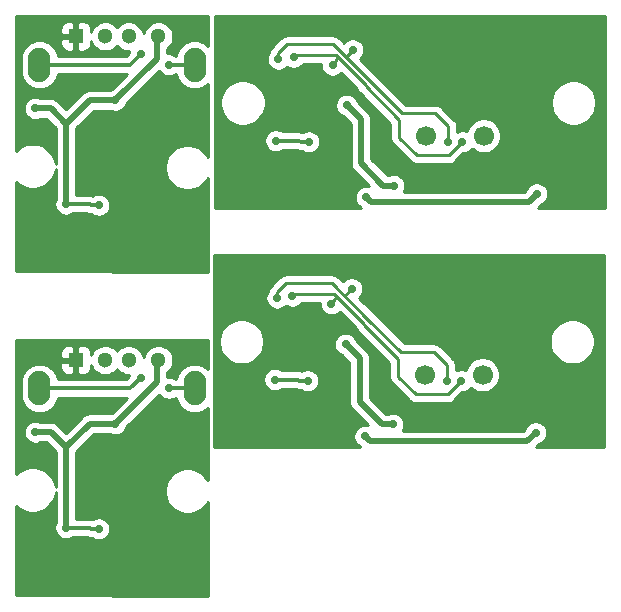
<source format=gbl>
G04 #@! TF.GenerationSoftware,KiCad,Pcbnew,5.1.9-73d0e3b20d~88~ubuntu18.04.1*
G04 #@! TF.CreationDate,2021-04-05T22:09:22-07:00*
G04 #@! TF.ProjectId,accelgyro_mpu6050_d2brv3_4x4,61636365-6c67-4797-926f-5f6d70753630,rev?*
G04 #@! TF.SameCoordinates,Original*
G04 #@! TF.FileFunction,Copper,L2,Bot*
G04 #@! TF.FilePolarity,Positive*
%FSLAX46Y46*%
G04 Gerber Fmt 4.6, Leading zero omitted, Abs format (unit mm)*
G04 Created by KiCad (PCBNEW 5.1.9-73d0e3b20d~88~ubuntu18.04.1) date 2021-04-05 22:09:22*
%MOMM*%
%LPD*%
G01*
G04 APERTURE LIST*
G04 #@! TA.AperFunction,ComponentPad*
%ADD10O,1.900000X2.900000*%
G04 #@! TD*
G04 #@! TA.AperFunction,ComponentPad*
%ADD11C,1.300000*%
G04 #@! TD*
G04 #@! TA.AperFunction,ComponentPad*
%ADD12R,1.300000X1.300000*%
G04 #@! TD*
G04 #@! TA.AperFunction,ComponentPad*
%ADD13C,0.600000*%
G04 #@! TD*
G04 #@! TA.AperFunction,SMDPad,CuDef*
%ADD14R,2.499360X2.499360*%
G04 #@! TD*
G04 #@! TA.AperFunction,WasherPad*
%ADD15C,1.700000*%
G04 #@! TD*
G04 #@! TA.AperFunction,ViaPad*
%ADD16C,0.700000*%
G04 #@! TD*
G04 #@! TA.AperFunction,Conductor*
%ADD17C,0.500000*%
G04 #@! TD*
G04 #@! TA.AperFunction,Conductor*
%ADD18C,0.300000*%
G04 #@! TD*
G04 #@! TA.AperFunction,Conductor*
%ADD19C,0.250000*%
G04 #@! TD*
G04 #@! TA.AperFunction,Conductor*
%ADD20C,0.200000*%
G04 #@! TD*
G04 #@! TA.AperFunction,Conductor*
%ADD21C,0.254000*%
G04 #@! TD*
G04 #@! TA.AperFunction,Conductor*
%ADD22C,0.150000*%
G04 #@! TD*
G04 #@! TA.AperFunction,NonConductor*
%ADD23C,0.254000*%
G04 #@! TD*
G04 #@! TA.AperFunction,NonConductor*
%ADD24C,0.150000*%
G04 #@! TD*
G04 APERTURE END LIST*
D10*
X150620000Y-96875000D03*
X137480000Y-96875000D03*
D11*
X147550000Y-94475000D03*
X145050000Y-94475000D03*
X143050000Y-94475000D03*
D12*
X140550000Y-94475000D03*
D13*
X141925000Y-105475000D03*
X142687000Y-104713000D03*
X141163000Y-104713000D03*
X142687000Y-106237000D03*
X141163000Y-106237000D03*
D14*
X141925000Y-105475000D03*
D15*
X170200000Y-102900000D03*
X175100000Y-102900000D03*
D14*
X159700000Y-100100000D03*
D13*
X158938000Y-100862000D03*
X160462000Y-100862000D03*
X158938000Y-99338000D03*
X160462000Y-99338000D03*
X159700000Y-100100000D03*
X159600000Y-120325000D03*
X160362000Y-119563000D03*
X158838000Y-119563000D03*
X160362000Y-121087000D03*
X158838000Y-121087000D03*
D14*
X159600000Y-120325000D03*
D15*
X175000000Y-123125000D03*
X170100000Y-123125000D03*
D14*
X141925000Y-132875000D03*
D13*
X141163000Y-133637000D03*
X142687000Y-133637000D03*
X141163000Y-132113000D03*
X142687000Y-132113000D03*
X141925000Y-132875000D03*
D12*
X140550000Y-121875000D03*
D11*
X143050000Y-121875000D03*
X145050000Y-121875000D03*
X147550000Y-121875000D03*
D10*
X137480000Y-124275000D03*
X150620000Y-124275000D03*
D16*
X163500000Y-100300000D03*
X157500000Y-103300000D03*
X167500000Y-107100000D03*
X160300000Y-103400000D03*
X179600000Y-107800000D03*
X165150000Y-108100000D03*
X159000000Y-96250000D03*
X162300000Y-96900000D03*
X173300000Y-103400000D03*
X172100000Y-103400000D03*
X157700000Y-96400000D03*
X164020000Y-95604000D03*
X143925000Y-99875000D03*
X139725000Y-108675000D03*
X142525000Y-108775000D03*
X137125000Y-100575000D03*
X148450000Y-96875000D03*
X146050000Y-95975000D03*
X163400000Y-120525000D03*
X160200000Y-123625000D03*
X157400000Y-123525000D03*
X167400000Y-127325000D03*
X142525000Y-136175000D03*
X139725000Y-136075000D03*
X143925000Y-127275000D03*
X137125000Y-127975000D03*
X165050000Y-128325000D03*
X179500000Y-128025000D03*
X146050000Y-123375000D03*
X148450000Y-124275000D03*
X158900000Y-116475000D03*
X162200000Y-117125000D03*
X173200000Y-123625000D03*
X157600000Y-116625000D03*
X163920000Y-115829000D03*
X172000000Y-123625000D03*
D17*
X164700000Y-105200000D02*
X164700000Y-101500000D01*
X166600000Y-107100000D02*
X164700000Y-105200000D01*
X164700000Y-101500000D02*
X163500000Y-100300000D01*
D18*
X159600000Y-103400000D02*
X160300000Y-103400000D01*
X159500000Y-103300000D02*
X159600000Y-103400000D01*
X157500000Y-103300000D02*
X159500000Y-103300000D01*
D17*
X167500000Y-107100000D02*
X166600000Y-107100000D01*
X165150000Y-108100000D02*
X165550000Y-108500000D01*
X178900000Y-108500000D02*
X179600000Y-107800000D01*
X165550000Y-108500000D02*
X178900000Y-108500000D01*
D19*
X162554000Y-96054000D02*
X165100000Y-98600000D01*
X162300000Y-96900000D02*
X162750000Y-96250000D01*
X165100000Y-98600000D02*
X165100000Y-98700000D01*
X167950000Y-101550000D02*
X167950000Y-103050000D01*
X173300000Y-103400000D02*
X172150000Y-104550000D01*
X159196000Y-96054000D02*
X159000000Y-96250000D01*
X162554000Y-96054000D02*
X159196000Y-96054000D01*
X162750000Y-96250000D02*
X162554000Y-96054000D01*
X165100000Y-98700000D02*
X167950000Y-101550000D01*
X169450000Y-104550000D02*
X171350000Y-104550000D01*
X172150000Y-104550000D02*
X171350000Y-104550000D01*
X167950000Y-103050000D02*
X169450000Y-104550000D01*
X164020000Y-95604000D02*
X163412000Y-96212000D01*
X158450000Y-95150000D02*
X162350000Y-95150000D01*
X165350000Y-98150000D02*
X168200000Y-101000000D01*
D20*
X165350000Y-98150000D02*
X163412000Y-96212000D01*
D19*
X162350000Y-95150000D02*
X165350000Y-98150000D01*
X171000000Y-101000000D02*
X169300000Y-101000000D01*
X157700000Y-95900000D02*
X158450000Y-95150000D01*
D20*
X163412000Y-96212000D02*
X162350000Y-95150000D01*
D19*
X157700000Y-96400000D02*
X157700000Y-95900000D01*
X168200000Y-101000000D02*
X169300000Y-101000000D01*
X172100000Y-103400000D02*
X172100000Y-102100000D01*
X172100000Y-102100000D02*
X171000000Y-101000000D01*
D17*
X147425000Y-96375000D02*
X147425000Y-94600000D01*
X147425000Y-94600000D02*
X147550000Y-94475000D01*
D18*
X139725000Y-108675000D02*
X141725000Y-108675000D01*
D17*
X139725000Y-108675000D02*
X139725000Y-101875000D01*
X143925000Y-99875000D02*
X147425000Y-96375000D01*
X138425000Y-100575000D02*
X139725000Y-101875000D01*
D18*
X141825000Y-108775000D02*
X142525000Y-108775000D01*
D17*
X137125000Y-100575000D02*
X138425000Y-100575000D01*
X143925000Y-99875000D02*
X141725000Y-99875000D01*
X141725000Y-99875000D02*
X139725000Y-101875000D01*
D18*
X141725000Y-108675000D02*
X141825000Y-108775000D01*
X137480000Y-96875000D02*
X145150000Y-96875000D01*
X145150000Y-96875000D02*
X146050000Y-95975000D01*
X150620000Y-96875000D02*
X148450000Y-96875000D01*
X159500000Y-123625000D02*
X160200000Y-123625000D01*
X159400000Y-123525000D02*
X159500000Y-123625000D01*
X157400000Y-123525000D02*
X159400000Y-123525000D01*
D17*
X166500000Y-127325000D02*
X164600000Y-125425000D01*
X164600000Y-121725000D02*
X163400000Y-120525000D01*
X164600000Y-125425000D02*
X164600000Y-121725000D01*
X167400000Y-127325000D02*
X166500000Y-127325000D01*
D18*
X141825000Y-136175000D02*
X142525000Y-136175000D01*
X141725000Y-136075000D02*
X141825000Y-136175000D01*
X139725000Y-136075000D02*
X141725000Y-136075000D01*
D17*
X141725000Y-127275000D02*
X139725000Y-129275000D01*
X143925000Y-127275000D02*
X141725000Y-127275000D01*
X139725000Y-136075000D02*
X139725000Y-129275000D01*
X143925000Y-127275000D02*
X147425000Y-123775000D01*
X147425000Y-122000000D02*
X147550000Y-121875000D01*
X147425000Y-123775000D02*
X147425000Y-122000000D01*
X138425000Y-127975000D02*
X139725000Y-129275000D01*
X137125000Y-127975000D02*
X138425000Y-127975000D01*
X165050000Y-128325000D02*
X165450000Y-128725000D01*
X165450000Y-128725000D02*
X178800000Y-128725000D01*
X178800000Y-128725000D02*
X179500000Y-128025000D01*
D18*
X137480000Y-124275000D02*
X145150000Y-124275000D01*
X145150000Y-124275000D02*
X146050000Y-123375000D01*
X150620000Y-124275000D02*
X148450000Y-124275000D01*
D19*
X162650000Y-116475000D02*
X162454000Y-116279000D01*
X162200000Y-117125000D02*
X162650000Y-116475000D01*
X159096000Y-116279000D02*
X158900000Y-116475000D01*
X162454000Y-116279000D02*
X159096000Y-116279000D01*
X162454000Y-116279000D02*
X165000000Y-118825000D01*
X165000000Y-118825000D02*
X165000000Y-118925000D01*
X167850000Y-121775000D02*
X167850000Y-123275000D01*
X165000000Y-118925000D02*
X167850000Y-121775000D01*
X167850000Y-123275000D02*
X169350000Y-124775000D01*
X172050000Y-124775000D02*
X171250000Y-124775000D01*
X173200000Y-123625000D02*
X172050000Y-124775000D01*
X169350000Y-124775000D02*
X171250000Y-124775000D01*
X163920000Y-115829000D02*
X163312000Y-116437000D01*
D20*
X163312000Y-116437000D02*
X162250000Y-115375000D01*
D19*
X157600000Y-116125000D02*
X158350000Y-115375000D01*
X157600000Y-116625000D02*
X157600000Y-116125000D01*
X158350000Y-115375000D02*
X162250000Y-115375000D01*
X162250000Y-115375000D02*
X165250000Y-118375000D01*
D20*
X165250000Y-118375000D02*
X163312000Y-116437000D01*
D19*
X172000000Y-123625000D02*
X172000000Y-122325000D01*
X172000000Y-122325000D02*
X170900000Y-121225000D01*
X168100000Y-121225000D02*
X169200000Y-121225000D01*
X165250000Y-118375000D02*
X168100000Y-121225000D01*
X170900000Y-121225000D02*
X169200000Y-121225000D01*
D21*
X185273000Y-129198000D02*
X179567265Y-129198000D01*
X179812005Y-128953260D01*
X179962783Y-128890806D01*
X180122801Y-128783885D01*
X180258885Y-128647801D01*
X180365806Y-128487783D01*
X180439454Y-128309980D01*
X180477000Y-128121226D01*
X180477000Y-127928774D01*
X180439454Y-127740020D01*
X180365806Y-127562217D01*
X180258885Y-127402199D01*
X180122801Y-127266115D01*
X179962783Y-127159194D01*
X179784980Y-127085546D01*
X179596226Y-127048000D01*
X179403774Y-127048000D01*
X179215020Y-127085546D01*
X179037217Y-127159194D01*
X178877199Y-127266115D01*
X178741115Y-127402199D01*
X178634194Y-127562217D01*
X178571740Y-127712995D01*
X178436735Y-127848000D01*
X168225570Y-127848000D01*
X168265806Y-127787783D01*
X168339454Y-127609980D01*
X168377000Y-127421226D01*
X168377000Y-127228774D01*
X168339454Y-127040020D01*
X168265806Y-126862217D01*
X168158885Y-126702199D01*
X168022801Y-126566115D01*
X167862783Y-126459194D01*
X167684980Y-126385546D01*
X167496226Y-126348000D01*
X167303774Y-126348000D01*
X167115020Y-126385546D01*
X166964242Y-126448000D01*
X166863266Y-126448000D01*
X165477000Y-125061735D01*
X165477000Y-121768069D01*
X165481242Y-121724999D01*
X165477000Y-121681930D01*
X165477000Y-121681921D01*
X165464310Y-121553078D01*
X165414162Y-121387763D01*
X165332727Y-121235408D01*
X165223133Y-121101867D01*
X165189668Y-121074403D01*
X164328260Y-120212995D01*
X164265806Y-120062217D01*
X164158885Y-119902199D01*
X164022801Y-119766115D01*
X163862783Y-119659194D01*
X163684980Y-119585546D01*
X163496226Y-119548000D01*
X163303774Y-119548000D01*
X163115020Y-119585546D01*
X162937217Y-119659194D01*
X162777199Y-119766115D01*
X162641115Y-119902199D01*
X162534194Y-120062217D01*
X162460546Y-120240020D01*
X162423000Y-120428774D01*
X162423000Y-120621226D01*
X162460546Y-120809980D01*
X162534194Y-120987783D01*
X162641115Y-121147801D01*
X162777199Y-121283885D01*
X162937217Y-121390806D01*
X163087995Y-121453260D01*
X163723001Y-122088266D01*
X163723000Y-125381920D01*
X163718757Y-125425000D01*
X163727732Y-125516119D01*
X163735690Y-125596921D01*
X163785838Y-125762236D01*
X163867273Y-125914591D01*
X163976867Y-126048133D01*
X164010332Y-126075597D01*
X165316630Y-127381896D01*
X165146226Y-127348000D01*
X164953774Y-127348000D01*
X164765020Y-127385546D01*
X164587217Y-127459194D01*
X164427199Y-127566115D01*
X164291115Y-127702199D01*
X164184194Y-127862217D01*
X164110546Y-128040020D01*
X164073000Y-128228774D01*
X164073000Y-128421226D01*
X164110546Y-128609980D01*
X164184194Y-128787783D01*
X164291115Y-128947801D01*
X164427199Y-129083885D01*
X164587217Y-129190806D01*
X164604585Y-129198000D01*
X152277000Y-129198000D01*
X152277000Y-123428774D01*
X156423000Y-123428774D01*
X156423000Y-123621226D01*
X156460546Y-123809980D01*
X156534194Y-123987783D01*
X156641115Y-124147801D01*
X156777199Y-124283885D01*
X156937217Y-124390806D01*
X157115020Y-124464454D01*
X157303774Y-124502000D01*
X157496226Y-124502000D01*
X157684980Y-124464454D01*
X157862783Y-124390806D01*
X157995690Y-124302000D01*
X159118287Y-124302000D01*
X159201216Y-124346327D01*
X159347681Y-124390757D01*
X159461834Y-124402000D01*
X159461844Y-124402000D01*
X159499999Y-124405758D01*
X159538155Y-124402000D01*
X159604310Y-124402000D01*
X159737217Y-124490806D01*
X159915020Y-124564454D01*
X160103774Y-124602000D01*
X160296226Y-124602000D01*
X160484980Y-124564454D01*
X160662783Y-124490806D01*
X160822801Y-124383885D01*
X160958885Y-124247801D01*
X161065806Y-124087783D01*
X161139454Y-123909980D01*
X161177000Y-123721226D01*
X161177000Y-123528774D01*
X161139454Y-123340020D01*
X161065806Y-123162217D01*
X160958885Y-123002199D01*
X160822801Y-122866115D01*
X160662783Y-122759194D01*
X160484980Y-122685546D01*
X160296226Y-122648000D01*
X160103774Y-122648000D01*
X159915020Y-122685546D01*
X159737217Y-122759194D01*
X159679434Y-122797803D01*
X159552319Y-122759243D01*
X159438166Y-122748000D01*
X159438163Y-122748000D01*
X159400000Y-122744241D01*
X159361837Y-122748000D01*
X157995690Y-122748000D01*
X157862783Y-122659194D01*
X157684980Y-122585546D01*
X157496226Y-122548000D01*
X157303774Y-122548000D01*
X157115020Y-122585546D01*
X156937217Y-122659194D01*
X156777199Y-122766115D01*
X156641115Y-122902199D01*
X156534194Y-123062217D01*
X156460546Y-123240020D01*
X156423000Y-123428774D01*
X152277000Y-123428774D01*
X152277000Y-120135207D01*
X152673000Y-120135207D01*
X152673000Y-120514793D01*
X152747053Y-120887085D01*
X152892315Y-121237777D01*
X153103201Y-121553391D01*
X153371609Y-121821799D01*
X153687223Y-122032685D01*
X154037915Y-122177947D01*
X154410207Y-122252000D01*
X154789793Y-122252000D01*
X155162085Y-122177947D01*
X155512777Y-122032685D01*
X155828391Y-121821799D01*
X156096799Y-121553391D01*
X156307685Y-121237777D01*
X156452947Y-120887085D01*
X156527000Y-120514793D01*
X156527000Y-120135207D01*
X156452947Y-119762915D01*
X156307685Y-119412223D01*
X156096799Y-119096609D01*
X155828391Y-118828201D01*
X155512777Y-118617315D01*
X155162085Y-118472053D01*
X154789793Y-118398000D01*
X154410207Y-118398000D01*
X154037915Y-118472053D01*
X153687223Y-118617315D01*
X153371609Y-118828201D01*
X153103201Y-119096609D01*
X152892315Y-119412223D01*
X152747053Y-119762915D01*
X152673000Y-120135207D01*
X152277000Y-120135207D01*
X152277000Y-116528774D01*
X156623000Y-116528774D01*
X156623000Y-116721226D01*
X156660546Y-116909980D01*
X156734194Y-117087783D01*
X156841115Y-117247801D01*
X156977199Y-117383885D01*
X157137217Y-117490806D01*
X157315020Y-117564454D01*
X157503774Y-117602000D01*
X157696226Y-117602000D01*
X157884980Y-117564454D01*
X158062783Y-117490806D01*
X158222801Y-117383885D01*
X158334508Y-117272178D01*
X158437217Y-117340806D01*
X158615020Y-117414454D01*
X158803774Y-117452000D01*
X158996226Y-117452000D01*
X159184980Y-117414454D01*
X159362783Y-117340806D01*
X159522801Y-117233885D01*
X159658885Y-117097801D01*
X159703520Y-117031000D01*
X161223000Y-117031000D01*
X161223000Y-117221226D01*
X161260546Y-117409980D01*
X161334194Y-117587783D01*
X161441115Y-117747801D01*
X161577199Y-117883885D01*
X161737217Y-117990806D01*
X161915020Y-118064454D01*
X162103774Y-118102000D01*
X162296226Y-118102000D01*
X162484980Y-118064454D01*
X162662783Y-117990806D01*
X162822801Y-117883885D01*
X162909099Y-117797587D01*
X164291518Y-119180006D01*
X164301882Y-119214170D01*
X164371710Y-119344810D01*
X164465683Y-119459317D01*
X164494378Y-119482866D01*
X167098000Y-122086488D01*
X167098001Y-123238055D01*
X167094362Y-123275000D01*
X167108882Y-123422417D01*
X167151882Y-123564169D01*
X167221710Y-123694810D01*
X167285401Y-123772417D01*
X167315684Y-123809317D01*
X167344375Y-123832863D01*
X168792137Y-125280626D01*
X168815683Y-125309317D01*
X168844374Y-125332863D01*
X168930189Y-125403290D01*
X169000017Y-125440613D01*
X169060830Y-125473118D01*
X169202582Y-125516119D01*
X169313062Y-125527000D01*
X169313064Y-125527000D01*
X169349999Y-125530638D01*
X169386935Y-125527000D01*
X172013065Y-125527000D01*
X172050000Y-125530638D01*
X172086935Y-125527000D01*
X172086938Y-125527000D01*
X172197418Y-125516119D01*
X172339170Y-125473118D01*
X172469810Y-125403290D01*
X172584317Y-125309317D01*
X172607867Y-125280621D01*
X173286488Y-124602000D01*
X173296226Y-124602000D01*
X173484980Y-124564454D01*
X173662783Y-124490806D01*
X173822801Y-124383885D01*
X173958885Y-124247801D01*
X173988975Y-124202769D01*
X174058467Y-124272261D01*
X174300378Y-124433901D01*
X174569175Y-124545240D01*
X174854528Y-124602000D01*
X175145472Y-124602000D01*
X175430825Y-124545240D01*
X175699622Y-124433901D01*
X175941533Y-124272261D01*
X176147261Y-124066533D01*
X176308901Y-123824622D01*
X176420240Y-123555825D01*
X176477000Y-123270472D01*
X176477000Y-122979528D01*
X176420240Y-122694175D01*
X176308901Y-122425378D01*
X176147261Y-122183467D01*
X175941533Y-121977739D01*
X175699622Y-121816099D01*
X175430825Y-121704760D01*
X175145472Y-121648000D01*
X174854528Y-121648000D01*
X174569175Y-121704760D01*
X174300378Y-121816099D01*
X174058467Y-121977739D01*
X173852739Y-122183467D01*
X173691099Y-122425378D01*
X173579760Y-122694175D01*
X173574131Y-122722473D01*
X173484980Y-122685546D01*
X173296226Y-122648000D01*
X173103774Y-122648000D01*
X172915020Y-122685546D01*
X172752000Y-122753071D01*
X172752000Y-122361935D01*
X172755638Y-122325000D01*
X172748448Y-122252000D01*
X172741119Y-122177582D01*
X172698118Y-122035830D01*
X172628290Y-121905190D01*
X172534317Y-121790683D01*
X172505626Y-121767137D01*
X171457867Y-120719379D01*
X171434317Y-120690683D01*
X171319810Y-120596710D01*
X171189170Y-120526882D01*
X171047418Y-120483881D01*
X170936938Y-120473000D01*
X170936935Y-120473000D01*
X170900000Y-120469362D01*
X170863065Y-120473000D01*
X168411488Y-120473000D01*
X168073695Y-120135207D01*
X180673000Y-120135207D01*
X180673000Y-120514793D01*
X180747053Y-120887085D01*
X180892315Y-121237777D01*
X181103201Y-121553391D01*
X181371609Y-121821799D01*
X181687223Y-122032685D01*
X182037915Y-122177947D01*
X182410207Y-122252000D01*
X182789793Y-122252000D01*
X183162085Y-122177947D01*
X183512777Y-122032685D01*
X183828391Y-121821799D01*
X184096799Y-121553391D01*
X184307685Y-121237777D01*
X184452947Y-120887085D01*
X184527000Y-120514793D01*
X184527000Y-120135207D01*
X184452947Y-119762915D01*
X184307685Y-119412223D01*
X184096799Y-119096609D01*
X183828391Y-118828201D01*
X183512777Y-118617315D01*
X183162085Y-118472053D01*
X182789793Y-118398000D01*
X182410207Y-118398000D01*
X182037915Y-118472053D01*
X181687223Y-118617315D01*
X181371609Y-118828201D01*
X181103201Y-119096609D01*
X180892315Y-119412223D01*
X180747053Y-119762915D01*
X180673000Y-120135207D01*
X168073695Y-120135207D01*
X164532953Y-116594465D01*
X164542801Y-116587885D01*
X164678885Y-116451801D01*
X164785806Y-116291783D01*
X164859454Y-116113980D01*
X164897000Y-115925226D01*
X164897000Y-115732774D01*
X164859454Y-115544020D01*
X164785806Y-115366217D01*
X164678885Y-115206199D01*
X164542801Y-115070115D01*
X164382783Y-114963194D01*
X164204980Y-114889546D01*
X164016226Y-114852000D01*
X163823774Y-114852000D01*
X163635020Y-114889546D01*
X163457217Y-114963194D01*
X163297199Y-115070115D01*
X163161115Y-115206199D01*
X163154535Y-115216047D01*
X162807867Y-114869379D01*
X162784317Y-114840683D01*
X162669810Y-114746710D01*
X162539170Y-114676882D01*
X162397418Y-114633881D01*
X162286938Y-114623000D01*
X162286935Y-114623000D01*
X162250000Y-114619362D01*
X162213065Y-114623000D01*
X158386935Y-114623000D01*
X158349999Y-114619362D01*
X158313064Y-114623000D01*
X158313062Y-114623000D01*
X158202582Y-114633881D01*
X158060830Y-114676882D01*
X158017411Y-114700090D01*
X157930189Y-114746710D01*
X157844374Y-114817137D01*
X157815683Y-114840683D01*
X157792137Y-114869374D01*
X157094375Y-115567137D01*
X157065684Y-115590683D01*
X156971710Y-115705190D01*
X156901882Y-115835830D01*
X156858881Y-115977582D01*
X156858133Y-115985181D01*
X156841115Y-116002199D01*
X156734194Y-116162217D01*
X156660546Y-116340020D01*
X156623000Y-116528774D01*
X152277000Y-116528774D01*
X152277000Y-113002000D01*
X185273000Y-113002000D01*
X185273000Y-129198000D01*
G04 #@! TA.AperFunction,Conductor*
D22*
G36*
X185273000Y-129198000D02*
G01*
X179567265Y-129198000D01*
X179812005Y-128953260D01*
X179962783Y-128890806D01*
X180122801Y-128783885D01*
X180258885Y-128647801D01*
X180365806Y-128487783D01*
X180439454Y-128309980D01*
X180477000Y-128121226D01*
X180477000Y-127928774D01*
X180439454Y-127740020D01*
X180365806Y-127562217D01*
X180258885Y-127402199D01*
X180122801Y-127266115D01*
X179962783Y-127159194D01*
X179784980Y-127085546D01*
X179596226Y-127048000D01*
X179403774Y-127048000D01*
X179215020Y-127085546D01*
X179037217Y-127159194D01*
X178877199Y-127266115D01*
X178741115Y-127402199D01*
X178634194Y-127562217D01*
X178571740Y-127712995D01*
X178436735Y-127848000D01*
X168225570Y-127848000D01*
X168265806Y-127787783D01*
X168339454Y-127609980D01*
X168377000Y-127421226D01*
X168377000Y-127228774D01*
X168339454Y-127040020D01*
X168265806Y-126862217D01*
X168158885Y-126702199D01*
X168022801Y-126566115D01*
X167862783Y-126459194D01*
X167684980Y-126385546D01*
X167496226Y-126348000D01*
X167303774Y-126348000D01*
X167115020Y-126385546D01*
X166964242Y-126448000D01*
X166863266Y-126448000D01*
X165477000Y-125061735D01*
X165477000Y-121768069D01*
X165481242Y-121724999D01*
X165477000Y-121681930D01*
X165477000Y-121681921D01*
X165464310Y-121553078D01*
X165414162Y-121387763D01*
X165332727Y-121235408D01*
X165223133Y-121101867D01*
X165189668Y-121074403D01*
X164328260Y-120212995D01*
X164265806Y-120062217D01*
X164158885Y-119902199D01*
X164022801Y-119766115D01*
X163862783Y-119659194D01*
X163684980Y-119585546D01*
X163496226Y-119548000D01*
X163303774Y-119548000D01*
X163115020Y-119585546D01*
X162937217Y-119659194D01*
X162777199Y-119766115D01*
X162641115Y-119902199D01*
X162534194Y-120062217D01*
X162460546Y-120240020D01*
X162423000Y-120428774D01*
X162423000Y-120621226D01*
X162460546Y-120809980D01*
X162534194Y-120987783D01*
X162641115Y-121147801D01*
X162777199Y-121283885D01*
X162937217Y-121390806D01*
X163087995Y-121453260D01*
X163723001Y-122088266D01*
X163723000Y-125381920D01*
X163718757Y-125425000D01*
X163727732Y-125516119D01*
X163735690Y-125596921D01*
X163785838Y-125762236D01*
X163867273Y-125914591D01*
X163976867Y-126048133D01*
X164010332Y-126075597D01*
X165316630Y-127381896D01*
X165146226Y-127348000D01*
X164953774Y-127348000D01*
X164765020Y-127385546D01*
X164587217Y-127459194D01*
X164427199Y-127566115D01*
X164291115Y-127702199D01*
X164184194Y-127862217D01*
X164110546Y-128040020D01*
X164073000Y-128228774D01*
X164073000Y-128421226D01*
X164110546Y-128609980D01*
X164184194Y-128787783D01*
X164291115Y-128947801D01*
X164427199Y-129083885D01*
X164587217Y-129190806D01*
X164604585Y-129198000D01*
X152277000Y-129198000D01*
X152277000Y-123428774D01*
X156423000Y-123428774D01*
X156423000Y-123621226D01*
X156460546Y-123809980D01*
X156534194Y-123987783D01*
X156641115Y-124147801D01*
X156777199Y-124283885D01*
X156937217Y-124390806D01*
X157115020Y-124464454D01*
X157303774Y-124502000D01*
X157496226Y-124502000D01*
X157684980Y-124464454D01*
X157862783Y-124390806D01*
X157995690Y-124302000D01*
X159118287Y-124302000D01*
X159201216Y-124346327D01*
X159347681Y-124390757D01*
X159461834Y-124402000D01*
X159461844Y-124402000D01*
X159499999Y-124405758D01*
X159538155Y-124402000D01*
X159604310Y-124402000D01*
X159737217Y-124490806D01*
X159915020Y-124564454D01*
X160103774Y-124602000D01*
X160296226Y-124602000D01*
X160484980Y-124564454D01*
X160662783Y-124490806D01*
X160822801Y-124383885D01*
X160958885Y-124247801D01*
X161065806Y-124087783D01*
X161139454Y-123909980D01*
X161177000Y-123721226D01*
X161177000Y-123528774D01*
X161139454Y-123340020D01*
X161065806Y-123162217D01*
X160958885Y-123002199D01*
X160822801Y-122866115D01*
X160662783Y-122759194D01*
X160484980Y-122685546D01*
X160296226Y-122648000D01*
X160103774Y-122648000D01*
X159915020Y-122685546D01*
X159737217Y-122759194D01*
X159679434Y-122797803D01*
X159552319Y-122759243D01*
X159438166Y-122748000D01*
X159438163Y-122748000D01*
X159400000Y-122744241D01*
X159361837Y-122748000D01*
X157995690Y-122748000D01*
X157862783Y-122659194D01*
X157684980Y-122585546D01*
X157496226Y-122548000D01*
X157303774Y-122548000D01*
X157115020Y-122585546D01*
X156937217Y-122659194D01*
X156777199Y-122766115D01*
X156641115Y-122902199D01*
X156534194Y-123062217D01*
X156460546Y-123240020D01*
X156423000Y-123428774D01*
X152277000Y-123428774D01*
X152277000Y-120135207D01*
X152673000Y-120135207D01*
X152673000Y-120514793D01*
X152747053Y-120887085D01*
X152892315Y-121237777D01*
X153103201Y-121553391D01*
X153371609Y-121821799D01*
X153687223Y-122032685D01*
X154037915Y-122177947D01*
X154410207Y-122252000D01*
X154789793Y-122252000D01*
X155162085Y-122177947D01*
X155512777Y-122032685D01*
X155828391Y-121821799D01*
X156096799Y-121553391D01*
X156307685Y-121237777D01*
X156452947Y-120887085D01*
X156527000Y-120514793D01*
X156527000Y-120135207D01*
X156452947Y-119762915D01*
X156307685Y-119412223D01*
X156096799Y-119096609D01*
X155828391Y-118828201D01*
X155512777Y-118617315D01*
X155162085Y-118472053D01*
X154789793Y-118398000D01*
X154410207Y-118398000D01*
X154037915Y-118472053D01*
X153687223Y-118617315D01*
X153371609Y-118828201D01*
X153103201Y-119096609D01*
X152892315Y-119412223D01*
X152747053Y-119762915D01*
X152673000Y-120135207D01*
X152277000Y-120135207D01*
X152277000Y-116528774D01*
X156623000Y-116528774D01*
X156623000Y-116721226D01*
X156660546Y-116909980D01*
X156734194Y-117087783D01*
X156841115Y-117247801D01*
X156977199Y-117383885D01*
X157137217Y-117490806D01*
X157315020Y-117564454D01*
X157503774Y-117602000D01*
X157696226Y-117602000D01*
X157884980Y-117564454D01*
X158062783Y-117490806D01*
X158222801Y-117383885D01*
X158334508Y-117272178D01*
X158437217Y-117340806D01*
X158615020Y-117414454D01*
X158803774Y-117452000D01*
X158996226Y-117452000D01*
X159184980Y-117414454D01*
X159362783Y-117340806D01*
X159522801Y-117233885D01*
X159658885Y-117097801D01*
X159703520Y-117031000D01*
X161223000Y-117031000D01*
X161223000Y-117221226D01*
X161260546Y-117409980D01*
X161334194Y-117587783D01*
X161441115Y-117747801D01*
X161577199Y-117883885D01*
X161737217Y-117990806D01*
X161915020Y-118064454D01*
X162103774Y-118102000D01*
X162296226Y-118102000D01*
X162484980Y-118064454D01*
X162662783Y-117990806D01*
X162822801Y-117883885D01*
X162909099Y-117797587D01*
X164291518Y-119180006D01*
X164301882Y-119214170D01*
X164371710Y-119344810D01*
X164465683Y-119459317D01*
X164494378Y-119482866D01*
X167098000Y-122086488D01*
X167098001Y-123238055D01*
X167094362Y-123275000D01*
X167108882Y-123422417D01*
X167151882Y-123564169D01*
X167221710Y-123694810D01*
X167285401Y-123772417D01*
X167315684Y-123809317D01*
X167344375Y-123832863D01*
X168792137Y-125280626D01*
X168815683Y-125309317D01*
X168844374Y-125332863D01*
X168930189Y-125403290D01*
X169000017Y-125440613D01*
X169060830Y-125473118D01*
X169202582Y-125516119D01*
X169313062Y-125527000D01*
X169313064Y-125527000D01*
X169349999Y-125530638D01*
X169386935Y-125527000D01*
X172013065Y-125527000D01*
X172050000Y-125530638D01*
X172086935Y-125527000D01*
X172086938Y-125527000D01*
X172197418Y-125516119D01*
X172339170Y-125473118D01*
X172469810Y-125403290D01*
X172584317Y-125309317D01*
X172607867Y-125280621D01*
X173286488Y-124602000D01*
X173296226Y-124602000D01*
X173484980Y-124564454D01*
X173662783Y-124490806D01*
X173822801Y-124383885D01*
X173958885Y-124247801D01*
X173988975Y-124202769D01*
X174058467Y-124272261D01*
X174300378Y-124433901D01*
X174569175Y-124545240D01*
X174854528Y-124602000D01*
X175145472Y-124602000D01*
X175430825Y-124545240D01*
X175699622Y-124433901D01*
X175941533Y-124272261D01*
X176147261Y-124066533D01*
X176308901Y-123824622D01*
X176420240Y-123555825D01*
X176477000Y-123270472D01*
X176477000Y-122979528D01*
X176420240Y-122694175D01*
X176308901Y-122425378D01*
X176147261Y-122183467D01*
X175941533Y-121977739D01*
X175699622Y-121816099D01*
X175430825Y-121704760D01*
X175145472Y-121648000D01*
X174854528Y-121648000D01*
X174569175Y-121704760D01*
X174300378Y-121816099D01*
X174058467Y-121977739D01*
X173852739Y-122183467D01*
X173691099Y-122425378D01*
X173579760Y-122694175D01*
X173574131Y-122722473D01*
X173484980Y-122685546D01*
X173296226Y-122648000D01*
X173103774Y-122648000D01*
X172915020Y-122685546D01*
X172752000Y-122753071D01*
X172752000Y-122361935D01*
X172755638Y-122325000D01*
X172748448Y-122252000D01*
X172741119Y-122177582D01*
X172698118Y-122035830D01*
X172628290Y-121905190D01*
X172534317Y-121790683D01*
X172505626Y-121767137D01*
X171457867Y-120719379D01*
X171434317Y-120690683D01*
X171319810Y-120596710D01*
X171189170Y-120526882D01*
X171047418Y-120483881D01*
X170936938Y-120473000D01*
X170936935Y-120473000D01*
X170900000Y-120469362D01*
X170863065Y-120473000D01*
X168411488Y-120473000D01*
X168073695Y-120135207D01*
X180673000Y-120135207D01*
X180673000Y-120514793D01*
X180747053Y-120887085D01*
X180892315Y-121237777D01*
X181103201Y-121553391D01*
X181371609Y-121821799D01*
X181687223Y-122032685D01*
X182037915Y-122177947D01*
X182410207Y-122252000D01*
X182789793Y-122252000D01*
X183162085Y-122177947D01*
X183512777Y-122032685D01*
X183828391Y-121821799D01*
X184096799Y-121553391D01*
X184307685Y-121237777D01*
X184452947Y-120887085D01*
X184527000Y-120514793D01*
X184527000Y-120135207D01*
X184452947Y-119762915D01*
X184307685Y-119412223D01*
X184096799Y-119096609D01*
X183828391Y-118828201D01*
X183512777Y-118617315D01*
X183162085Y-118472053D01*
X182789793Y-118398000D01*
X182410207Y-118398000D01*
X182037915Y-118472053D01*
X181687223Y-118617315D01*
X181371609Y-118828201D01*
X181103201Y-119096609D01*
X180892315Y-119412223D01*
X180747053Y-119762915D01*
X180673000Y-120135207D01*
X168073695Y-120135207D01*
X164532953Y-116594465D01*
X164542801Y-116587885D01*
X164678885Y-116451801D01*
X164785806Y-116291783D01*
X164859454Y-116113980D01*
X164897000Y-115925226D01*
X164897000Y-115732774D01*
X164859454Y-115544020D01*
X164785806Y-115366217D01*
X164678885Y-115206199D01*
X164542801Y-115070115D01*
X164382783Y-114963194D01*
X164204980Y-114889546D01*
X164016226Y-114852000D01*
X163823774Y-114852000D01*
X163635020Y-114889546D01*
X163457217Y-114963194D01*
X163297199Y-115070115D01*
X163161115Y-115206199D01*
X163154535Y-115216047D01*
X162807867Y-114869379D01*
X162784317Y-114840683D01*
X162669810Y-114746710D01*
X162539170Y-114676882D01*
X162397418Y-114633881D01*
X162286938Y-114623000D01*
X162286935Y-114623000D01*
X162250000Y-114619362D01*
X162213065Y-114623000D01*
X158386935Y-114623000D01*
X158349999Y-114619362D01*
X158313064Y-114623000D01*
X158313062Y-114623000D01*
X158202582Y-114633881D01*
X158060830Y-114676882D01*
X158017411Y-114700090D01*
X157930189Y-114746710D01*
X157844374Y-114817137D01*
X157815683Y-114840683D01*
X157792137Y-114869374D01*
X157094375Y-115567137D01*
X157065684Y-115590683D01*
X156971710Y-115705190D01*
X156901882Y-115835830D01*
X156858881Y-115977582D01*
X156858133Y-115985181D01*
X156841115Y-116002199D01*
X156734194Y-116162217D01*
X156660546Y-116340020D01*
X156623000Y-116528774D01*
X152277000Y-116528774D01*
X152277000Y-113002000D01*
X185273000Y-113002000D01*
X185273000Y-129198000D01*
G37*
G04 #@! TD.AperFunction*
D23*
X185373000Y-108973000D02*
X179667265Y-108973000D01*
X179912005Y-108728260D01*
X180062783Y-108665806D01*
X180222801Y-108558885D01*
X180358885Y-108422801D01*
X180465806Y-108262783D01*
X180539454Y-108084980D01*
X180577000Y-107896226D01*
X180577000Y-107703774D01*
X180539454Y-107515020D01*
X180465806Y-107337217D01*
X180358885Y-107177199D01*
X180222801Y-107041115D01*
X180062783Y-106934194D01*
X179884980Y-106860546D01*
X179696226Y-106823000D01*
X179503774Y-106823000D01*
X179315020Y-106860546D01*
X179137217Y-106934194D01*
X178977199Y-107041115D01*
X178841115Y-107177199D01*
X178734194Y-107337217D01*
X178671740Y-107487995D01*
X178536735Y-107623000D01*
X168325570Y-107623000D01*
X168365806Y-107562783D01*
X168439454Y-107384980D01*
X168477000Y-107196226D01*
X168477000Y-107003774D01*
X168439454Y-106815020D01*
X168365806Y-106637217D01*
X168258885Y-106477199D01*
X168122801Y-106341115D01*
X167962783Y-106234194D01*
X167784980Y-106160546D01*
X167596226Y-106123000D01*
X167403774Y-106123000D01*
X167215020Y-106160546D01*
X167064242Y-106223000D01*
X166963266Y-106223000D01*
X165577000Y-104836735D01*
X165577000Y-101543069D01*
X165581242Y-101499999D01*
X165577000Y-101456930D01*
X165577000Y-101456921D01*
X165564310Y-101328078D01*
X165514162Y-101162763D01*
X165432727Y-101010408D01*
X165323133Y-100876867D01*
X165289668Y-100849403D01*
X164428260Y-99987995D01*
X164365806Y-99837217D01*
X164258885Y-99677199D01*
X164122801Y-99541115D01*
X163962783Y-99434194D01*
X163784980Y-99360546D01*
X163596226Y-99323000D01*
X163403774Y-99323000D01*
X163215020Y-99360546D01*
X163037217Y-99434194D01*
X162877199Y-99541115D01*
X162741115Y-99677199D01*
X162634194Y-99837217D01*
X162560546Y-100015020D01*
X162523000Y-100203774D01*
X162523000Y-100396226D01*
X162560546Y-100584980D01*
X162634194Y-100762783D01*
X162741115Y-100922801D01*
X162877199Y-101058885D01*
X163037217Y-101165806D01*
X163187995Y-101228260D01*
X163823001Y-101863266D01*
X163823000Y-105156920D01*
X163818757Y-105200000D01*
X163827732Y-105291119D01*
X163835690Y-105371921D01*
X163885838Y-105537236D01*
X163967273Y-105689591D01*
X164076867Y-105823133D01*
X164110332Y-105850597D01*
X165416630Y-107156896D01*
X165246226Y-107123000D01*
X165053774Y-107123000D01*
X164865020Y-107160546D01*
X164687217Y-107234194D01*
X164527199Y-107341115D01*
X164391115Y-107477199D01*
X164284194Y-107637217D01*
X164210546Y-107815020D01*
X164173000Y-108003774D01*
X164173000Y-108196226D01*
X164210546Y-108384980D01*
X164284194Y-108562783D01*
X164391115Y-108722801D01*
X164527199Y-108858885D01*
X164687217Y-108965806D01*
X164704585Y-108973000D01*
X152377000Y-108973000D01*
X152377000Y-103203774D01*
X156523000Y-103203774D01*
X156523000Y-103396226D01*
X156560546Y-103584980D01*
X156634194Y-103762783D01*
X156741115Y-103922801D01*
X156877199Y-104058885D01*
X157037217Y-104165806D01*
X157215020Y-104239454D01*
X157403774Y-104277000D01*
X157596226Y-104277000D01*
X157784980Y-104239454D01*
X157962783Y-104165806D01*
X158095690Y-104077000D01*
X159218287Y-104077000D01*
X159301216Y-104121327D01*
X159447681Y-104165757D01*
X159561834Y-104177000D01*
X159561844Y-104177000D01*
X159599999Y-104180758D01*
X159638155Y-104177000D01*
X159704310Y-104177000D01*
X159837217Y-104265806D01*
X160015020Y-104339454D01*
X160203774Y-104377000D01*
X160396226Y-104377000D01*
X160584980Y-104339454D01*
X160762783Y-104265806D01*
X160922801Y-104158885D01*
X161058885Y-104022801D01*
X161165806Y-103862783D01*
X161239454Y-103684980D01*
X161277000Y-103496226D01*
X161277000Y-103303774D01*
X161239454Y-103115020D01*
X161165806Y-102937217D01*
X161058885Y-102777199D01*
X160922801Y-102641115D01*
X160762783Y-102534194D01*
X160584980Y-102460546D01*
X160396226Y-102423000D01*
X160203774Y-102423000D01*
X160015020Y-102460546D01*
X159837217Y-102534194D01*
X159779434Y-102572803D01*
X159652319Y-102534243D01*
X159538166Y-102523000D01*
X159538163Y-102523000D01*
X159500000Y-102519241D01*
X159461837Y-102523000D01*
X158095690Y-102523000D01*
X157962783Y-102434194D01*
X157784980Y-102360546D01*
X157596226Y-102323000D01*
X157403774Y-102323000D01*
X157215020Y-102360546D01*
X157037217Y-102434194D01*
X156877199Y-102541115D01*
X156741115Y-102677199D01*
X156634194Y-102837217D01*
X156560546Y-103015020D01*
X156523000Y-103203774D01*
X152377000Y-103203774D01*
X152377000Y-99910207D01*
X152773000Y-99910207D01*
X152773000Y-100289793D01*
X152847053Y-100662085D01*
X152992315Y-101012777D01*
X153203201Y-101328391D01*
X153471609Y-101596799D01*
X153787223Y-101807685D01*
X154137915Y-101952947D01*
X154510207Y-102027000D01*
X154889793Y-102027000D01*
X155262085Y-101952947D01*
X155612777Y-101807685D01*
X155928391Y-101596799D01*
X156196799Y-101328391D01*
X156407685Y-101012777D01*
X156552947Y-100662085D01*
X156627000Y-100289793D01*
X156627000Y-99910207D01*
X156552947Y-99537915D01*
X156407685Y-99187223D01*
X156196799Y-98871609D01*
X155928391Y-98603201D01*
X155612777Y-98392315D01*
X155262085Y-98247053D01*
X154889793Y-98173000D01*
X154510207Y-98173000D01*
X154137915Y-98247053D01*
X153787223Y-98392315D01*
X153471609Y-98603201D01*
X153203201Y-98871609D01*
X152992315Y-99187223D01*
X152847053Y-99537915D01*
X152773000Y-99910207D01*
X152377000Y-99910207D01*
X152377000Y-96303774D01*
X156723000Y-96303774D01*
X156723000Y-96496226D01*
X156760546Y-96684980D01*
X156834194Y-96862783D01*
X156941115Y-97022801D01*
X157077199Y-97158885D01*
X157237217Y-97265806D01*
X157415020Y-97339454D01*
X157603774Y-97377000D01*
X157796226Y-97377000D01*
X157984980Y-97339454D01*
X158162783Y-97265806D01*
X158322801Y-97158885D01*
X158434508Y-97047178D01*
X158537217Y-97115806D01*
X158715020Y-97189454D01*
X158903774Y-97227000D01*
X159096226Y-97227000D01*
X159284980Y-97189454D01*
X159462783Y-97115806D01*
X159622801Y-97008885D01*
X159758885Y-96872801D01*
X159803520Y-96806000D01*
X161323000Y-96806000D01*
X161323000Y-96996226D01*
X161360546Y-97184980D01*
X161434194Y-97362783D01*
X161541115Y-97522801D01*
X161677199Y-97658885D01*
X161837217Y-97765806D01*
X162015020Y-97839454D01*
X162203774Y-97877000D01*
X162396226Y-97877000D01*
X162584980Y-97839454D01*
X162762783Y-97765806D01*
X162922801Y-97658885D01*
X163009099Y-97572587D01*
X164391518Y-98955006D01*
X164401882Y-98989170D01*
X164471710Y-99119810D01*
X164565683Y-99234317D01*
X164594378Y-99257866D01*
X167198000Y-101861488D01*
X167198001Y-103013055D01*
X167194362Y-103050000D01*
X167208882Y-103197417D01*
X167251882Y-103339169D01*
X167321710Y-103469810D01*
X167385401Y-103547417D01*
X167415684Y-103584317D01*
X167444375Y-103607863D01*
X168892137Y-105055626D01*
X168915683Y-105084317D01*
X168944374Y-105107863D01*
X169030189Y-105178290D01*
X169100017Y-105215613D01*
X169160830Y-105248118D01*
X169302582Y-105291119D01*
X169413062Y-105302000D01*
X169413064Y-105302000D01*
X169449999Y-105305638D01*
X169486935Y-105302000D01*
X172113065Y-105302000D01*
X172150000Y-105305638D01*
X172186935Y-105302000D01*
X172186938Y-105302000D01*
X172297418Y-105291119D01*
X172439170Y-105248118D01*
X172569810Y-105178290D01*
X172684317Y-105084317D01*
X172707867Y-105055621D01*
X173386488Y-104377000D01*
X173396226Y-104377000D01*
X173584980Y-104339454D01*
X173762783Y-104265806D01*
X173922801Y-104158885D01*
X174058885Y-104022801D01*
X174088975Y-103977769D01*
X174158467Y-104047261D01*
X174400378Y-104208901D01*
X174669175Y-104320240D01*
X174954528Y-104377000D01*
X175245472Y-104377000D01*
X175530825Y-104320240D01*
X175799622Y-104208901D01*
X176041533Y-104047261D01*
X176247261Y-103841533D01*
X176408901Y-103599622D01*
X176520240Y-103330825D01*
X176577000Y-103045472D01*
X176577000Y-102754528D01*
X176520240Y-102469175D01*
X176408901Y-102200378D01*
X176247261Y-101958467D01*
X176041533Y-101752739D01*
X175799622Y-101591099D01*
X175530825Y-101479760D01*
X175245472Y-101423000D01*
X174954528Y-101423000D01*
X174669175Y-101479760D01*
X174400378Y-101591099D01*
X174158467Y-101752739D01*
X173952739Y-101958467D01*
X173791099Y-102200378D01*
X173679760Y-102469175D01*
X173674131Y-102497473D01*
X173584980Y-102460546D01*
X173396226Y-102423000D01*
X173203774Y-102423000D01*
X173015020Y-102460546D01*
X172852000Y-102528071D01*
X172852000Y-102136935D01*
X172855638Y-102100000D01*
X172848448Y-102027000D01*
X172841119Y-101952582D01*
X172798118Y-101810830D01*
X172728290Y-101680190D01*
X172634317Y-101565683D01*
X172605626Y-101542137D01*
X171557867Y-100494379D01*
X171534317Y-100465683D01*
X171419810Y-100371710D01*
X171289170Y-100301882D01*
X171147418Y-100258881D01*
X171036938Y-100248000D01*
X171036935Y-100248000D01*
X171000000Y-100244362D01*
X170963065Y-100248000D01*
X168511488Y-100248000D01*
X168173695Y-99910207D01*
X180773000Y-99910207D01*
X180773000Y-100289793D01*
X180847053Y-100662085D01*
X180992315Y-101012777D01*
X181203201Y-101328391D01*
X181471609Y-101596799D01*
X181787223Y-101807685D01*
X182137915Y-101952947D01*
X182510207Y-102027000D01*
X182889793Y-102027000D01*
X183262085Y-101952947D01*
X183612777Y-101807685D01*
X183928391Y-101596799D01*
X184196799Y-101328391D01*
X184407685Y-101012777D01*
X184552947Y-100662085D01*
X184627000Y-100289793D01*
X184627000Y-99910207D01*
X184552947Y-99537915D01*
X184407685Y-99187223D01*
X184196799Y-98871609D01*
X183928391Y-98603201D01*
X183612777Y-98392315D01*
X183262085Y-98247053D01*
X182889793Y-98173000D01*
X182510207Y-98173000D01*
X182137915Y-98247053D01*
X181787223Y-98392315D01*
X181471609Y-98603201D01*
X181203201Y-98871609D01*
X180992315Y-99187223D01*
X180847053Y-99537915D01*
X180773000Y-99910207D01*
X168173695Y-99910207D01*
X164632953Y-96369465D01*
X164642801Y-96362885D01*
X164778885Y-96226801D01*
X164885806Y-96066783D01*
X164959454Y-95888980D01*
X164997000Y-95700226D01*
X164997000Y-95507774D01*
X164959454Y-95319020D01*
X164885806Y-95141217D01*
X164778885Y-94981199D01*
X164642801Y-94845115D01*
X164482783Y-94738194D01*
X164304980Y-94664546D01*
X164116226Y-94627000D01*
X163923774Y-94627000D01*
X163735020Y-94664546D01*
X163557217Y-94738194D01*
X163397199Y-94845115D01*
X163261115Y-94981199D01*
X163254535Y-94991047D01*
X162907867Y-94644379D01*
X162884317Y-94615683D01*
X162769810Y-94521710D01*
X162639170Y-94451882D01*
X162497418Y-94408881D01*
X162386938Y-94398000D01*
X162386935Y-94398000D01*
X162350000Y-94394362D01*
X162313065Y-94398000D01*
X158486935Y-94398000D01*
X158449999Y-94394362D01*
X158413064Y-94398000D01*
X158413062Y-94398000D01*
X158302582Y-94408881D01*
X158160830Y-94451882D01*
X158117411Y-94475090D01*
X158030189Y-94521710D01*
X157944374Y-94592137D01*
X157915683Y-94615683D01*
X157892137Y-94644374D01*
X157194375Y-95342137D01*
X157165684Y-95365683D01*
X157071710Y-95480190D01*
X157001882Y-95610830D01*
X156958881Y-95752582D01*
X156958133Y-95760181D01*
X156941115Y-95777199D01*
X156834194Y-95937217D01*
X156760546Y-96115020D01*
X156723000Y-96303774D01*
X152377000Y-96303774D01*
X152377000Y-92777000D01*
X185373000Y-92777000D01*
X185373000Y-108973000D01*
G04 #@! TA.AperFunction,NonConductor*
D24*
G36*
X185373000Y-108973000D02*
G01*
X179667265Y-108973000D01*
X179912005Y-108728260D01*
X180062783Y-108665806D01*
X180222801Y-108558885D01*
X180358885Y-108422801D01*
X180465806Y-108262783D01*
X180539454Y-108084980D01*
X180577000Y-107896226D01*
X180577000Y-107703774D01*
X180539454Y-107515020D01*
X180465806Y-107337217D01*
X180358885Y-107177199D01*
X180222801Y-107041115D01*
X180062783Y-106934194D01*
X179884980Y-106860546D01*
X179696226Y-106823000D01*
X179503774Y-106823000D01*
X179315020Y-106860546D01*
X179137217Y-106934194D01*
X178977199Y-107041115D01*
X178841115Y-107177199D01*
X178734194Y-107337217D01*
X178671740Y-107487995D01*
X178536735Y-107623000D01*
X168325570Y-107623000D01*
X168365806Y-107562783D01*
X168439454Y-107384980D01*
X168477000Y-107196226D01*
X168477000Y-107003774D01*
X168439454Y-106815020D01*
X168365806Y-106637217D01*
X168258885Y-106477199D01*
X168122801Y-106341115D01*
X167962783Y-106234194D01*
X167784980Y-106160546D01*
X167596226Y-106123000D01*
X167403774Y-106123000D01*
X167215020Y-106160546D01*
X167064242Y-106223000D01*
X166963266Y-106223000D01*
X165577000Y-104836735D01*
X165577000Y-101543069D01*
X165581242Y-101499999D01*
X165577000Y-101456930D01*
X165577000Y-101456921D01*
X165564310Y-101328078D01*
X165514162Y-101162763D01*
X165432727Y-101010408D01*
X165323133Y-100876867D01*
X165289668Y-100849403D01*
X164428260Y-99987995D01*
X164365806Y-99837217D01*
X164258885Y-99677199D01*
X164122801Y-99541115D01*
X163962783Y-99434194D01*
X163784980Y-99360546D01*
X163596226Y-99323000D01*
X163403774Y-99323000D01*
X163215020Y-99360546D01*
X163037217Y-99434194D01*
X162877199Y-99541115D01*
X162741115Y-99677199D01*
X162634194Y-99837217D01*
X162560546Y-100015020D01*
X162523000Y-100203774D01*
X162523000Y-100396226D01*
X162560546Y-100584980D01*
X162634194Y-100762783D01*
X162741115Y-100922801D01*
X162877199Y-101058885D01*
X163037217Y-101165806D01*
X163187995Y-101228260D01*
X163823001Y-101863266D01*
X163823000Y-105156920D01*
X163818757Y-105200000D01*
X163827732Y-105291119D01*
X163835690Y-105371921D01*
X163885838Y-105537236D01*
X163967273Y-105689591D01*
X164076867Y-105823133D01*
X164110332Y-105850597D01*
X165416630Y-107156896D01*
X165246226Y-107123000D01*
X165053774Y-107123000D01*
X164865020Y-107160546D01*
X164687217Y-107234194D01*
X164527199Y-107341115D01*
X164391115Y-107477199D01*
X164284194Y-107637217D01*
X164210546Y-107815020D01*
X164173000Y-108003774D01*
X164173000Y-108196226D01*
X164210546Y-108384980D01*
X164284194Y-108562783D01*
X164391115Y-108722801D01*
X164527199Y-108858885D01*
X164687217Y-108965806D01*
X164704585Y-108973000D01*
X152377000Y-108973000D01*
X152377000Y-103203774D01*
X156523000Y-103203774D01*
X156523000Y-103396226D01*
X156560546Y-103584980D01*
X156634194Y-103762783D01*
X156741115Y-103922801D01*
X156877199Y-104058885D01*
X157037217Y-104165806D01*
X157215020Y-104239454D01*
X157403774Y-104277000D01*
X157596226Y-104277000D01*
X157784980Y-104239454D01*
X157962783Y-104165806D01*
X158095690Y-104077000D01*
X159218287Y-104077000D01*
X159301216Y-104121327D01*
X159447681Y-104165757D01*
X159561834Y-104177000D01*
X159561844Y-104177000D01*
X159599999Y-104180758D01*
X159638155Y-104177000D01*
X159704310Y-104177000D01*
X159837217Y-104265806D01*
X160015020Y-104339454D01*
X160203774Y-104377000D01*
X160396226Y-104377000D01*
X160584980Y-104339454D01*
X160762783Y-104265806D01*
X160922801Y-104158885D01*
X161058885Y-104022801D01*
X161165806Y-103862783D01*
X161239454Y-103684980D01*
X161277000Y-103496226D01*
X161277000Y-103303774D01*
X161239454Y-103115020D01*
X161165806Y-102937217D01*
X161058885Y-102777199D01*
X160922801Y-102641115D01*
X160762783Y-102534194D01*
X160584980Y-102460546D01*
X160396226Y-102423000D01*
X160203774Y-102423000D01*
X160015020Y-102460546D01*
X159837217Y-102534194D01*
X159779434Y-102572803D01*
X159652319Y-102534243D01*
X159538166Y-102523000D01*
X159538163Y-102523000D01*
X159500000Y-102519241D01*
X159461837Y-102523000D01*
X158095690Y-102523000D01*
X157962783Y-102434194D01*
X157784980Y-102360546D01*
X157596226Y-102323000D01*
X157403774Y-102323000D01*
X157215020Y-102360546D01*
X157037217Y-102434194D01*
X156877199Y-102541115D01*
X156741115Y-102677199D01*
X156634194Y-102837217D01*
X156560546Y-103015020D01*
X156523000Y-103203774D01*
X152377000Y-103203774D01*
X152377000Y-99910207D01*
X152773000Y-99910207D01*
X152773000Y-100289793D01*
X152847053Y-100662085D01*
X152992315Y-101012777D01*
X153203201Y-101328391D01*
X153471609Y-101596799D01*
X153787223Y-101807685D01*
X154137915Y-101952947D01*
X154510207Y-102027000D01*
X154889793Y-102027000D01*
X155262085Y-101952947D01*
X155612777Y-101807685D01*
X155928391Y-101596799D01*
X156196799Y-101328391D01*
X156407685Y-101012777D01*
X156552947Y-100662085D01*
X156627000Y-100289793D01*
X156627000Y-99910207D01*
X156552947Y-99537915D01*
X156407685Y-99187223D01*
X156196799Y-98871609D01*
X155928391Y-98603201D01*
X155612777Y-98392315D01*
X155262085Y-98247053D01*
X154889793Y-98173000D01*
X154510207Y-98173000D01*
X154137915Y-98247053D01*
X153787223Y-98392315D01*
X153471609Y-98603201D01*
X153203201Y-98871609D01*
X152992315Y-99187223D01*
X152847053Y-99537915D01*
X152773000Y-99910207D01*
X152377000Y-99910207D01*
X152377000Y-96303774D01*
X156723000Y-96303774D01*
X156723000Y-96496226D01*
X156760546Y-96684980D01*
X156834194Y-96862783D01*
X156941115Y-97022801D01*
X157077199Y-97158885D01*
X157237217Y-97265806D01*
X157415020Y-97339454D01*
X157603774Y-97377000D01*
X157796226Y-97377000D01*
X157984980Y-97339454D01*
X158162783Y-97265806D01*
X158322801Y-97158885D01*
X158434508Y-97047178D01*
X158537217Y-97115806D01*
X158715020Y-97189454D01*
X158903774Y-97227000D01*
X159096226Y-97227000D01*
X159284980Y-97189454D01*
X159462783Y-97115806D01*
X159622801Y-97008885D01*
X159758885Y-96872801D01*
X159803520Y-96806000D01*
X161323000Y-96806000D01*
X161323000Y-96996226D01*
X161360546Y-97184980D01*
X161434194Y-97362783D01*
X161541115Y-97522801D01*
X161677199Y-97658885D01*
X161837217Y-97765806D01*
X162015020Y-97839454D01*
X162203774Y-97877000D01*
X162396226Y-97877000D01*
X162584980Y-97839454D01*
X162762783Y-97765806D01*
X162922801Y-97658885D01*
X163009099Y-97572587D01*
X164391518Y-98955006D01*
X164401882Y-98989170D01*
X164471710Y-99119810D01*
X164565683Y-99234317D01*
X164594378Y-99257866D01*
X167198000Y-101861488D01*
X167198001Y-103013055D01*
X167194362Y-103050000D01*
X167208882Y-103197417D01*
X167251882Y-103339169D01*
X167321710Y-103469810D01*
X167385401Y-103547417D01*
X167415684Y-103584317D01*
X167444375Y-103607863D01*
X168892137Y-105055626D01*
X168915683Y-105084317D01*
X168944374Y-105107863D01*
X169030189Y-105178290D01*
X169100017Y-105215613D01*
X169160830Y-105248118D01*
X169302582Y-105291119D01*
X169413062Y-105302000D01*
X169413064Y-105302000D01*
X169449999Y-105305638D01*
X169486935Y-105302000D01*
X172113065Y-105302000D01*
X172150000Y-105305638D01*
X172186935Y-105302000D01*
X172186938Y-105302000D01*
X172297418Y-105291119D01*
X172439170Y-105248118D01*
X172569810Y-105178290D01*
X172684317Y-105084317D01*
X172707867Y-105055621D01*
X173386488Y-104377000D01*
X173396226Y-104377000D01*
X173584980Y-104339454D01*
X173762783Y-104265806D01*
X173922801Y-104158885D01*
X174058885Y-104022801D01*
X174088975Y-103977769D01*
X174158467Y-104047261D01*
X174400378Y-104208901D01*
X174669175Y-104320240D01*
X174954528Y-104377000D01*
X175245472Y-104377000D01*
X175530825Y-104320240D01*
X175799622Y-104208901D01*
X176041533Y-104047261D01*
X176247261Y-103841533D01*
X176408901Y-103599622D01*
X176520240Y-103330825D01*
X176577000Y-103045472D01*
X176577000Y-102754528D01*
X176520240Y-102469175D01*
X176408901Y-102200378D01*
X176247261Y-101958467D01*
X176041533Y-101752739D01*
X175799622Y-101591099D01*
X175530825Y-101479760D01*
X175245472Y-101423000D01*
X174954528Y-101423000D01*
X174669175Y-101479760D01*
X174400378Y-101591099D01*
X174158467Y-101752739D01*
X173952739Y-101958467D01*
X173791099Y-102200378D01*
X173679760Y-102469175D01*
X173674131Y-102497473D01*
X173584980Y-102460546D01*
X173396226Y-102423000D01*
X173203774Y-102423000D01*
X173015020Y-102460546D01*
X172852000Y-102528071D01*
X172852000Y-102136935D01*
X172855638Y-102100000D01*
X172848448Y-102027000D01*
X172841119Y-101952582D01*
X172798118Y-101810830D01*
X172728290Y-101680190D01*
X172634317Y-101565683D01*
X172605626Y-101542137D01*
X171557867Y-100494379D01*
X171534317Y-100465683D01*
X171419810Y-100371710D01*
X171289170Y-100301882D01*
X171147418Y-100258881D01*
X171036938Y-100248000D01*
X171036935Y-100248000D01*
X171000000Y-100244362D01*
X170963065Y-100248000D01*
X168511488Y-100248000D01*
X168173695Y-99910207D01*
X180773000Y-99910207D01*
X180773000Y-100289793D01*
X180847053Y-100662085D01*
X180992315Y-101012777D01*
X181203201Y-101328391D01*
X181471609Y-101596799D01*
X181787223Y-101807685D01*
X182137915Y-101952947D01*
X182510207Y-102027000D01*
X182889793Y-102027000D01*
X183262085Y-101952947D01*
X183612777Y-101807685D01*
X183928391Y-101596799D01*
X184196799Y-101328391D01*
X184407685Y-101012777D01*
X184552947Y-100662085D01*
X184627000Y-100289793D01*
X184627000Y-99910207D01*
X184552947Y-99537915D01*
X184407685Y-99187223D01*
X184196799Y-98871609D01*
X183928391Y-98603201D01*
X183612777Y-98392315D01*
X183262085Y-98247053D01*
X182889793Y-98173000D01*
X182510207Y-98173000D01*
X182137915Y-98247053D01*
X181787223Y-98392315D01*
X181471609Y-98603201D01*
X181203201Y-98871609D01*
X180992315Y-99187223D01*
X180847053Y-99537915D01*
X180773000Y-99910207D01*
X168173695Y-99910207D01*
X164632953Y-96369465D01*
X164642801Y-96362885D01*
X164778885Y-96226801D01*
X164885806Y-96066783D01*
X164959454Y-95888980D01*
X164997000Y-95700226D01*
X164997000Y-95507774D01*
X164959454Y-95319020D01*
X164885806Y-95141217D01*
X164778885Y-94981199D01*
X164642801Y-94845115D01*
X164482783Y-94738194D01*
X164304980Y-94664546D01*
X164116226Y-94627000D01*
X163923774Y-94627000D01*
X163735020Y-94664546D01*
X163557217Y-94738194D01*
X163397199Y-94845115D01*
X163261115Y-94981199D01*
X163254535Y-94991047D01*
X162907867Y-94644379D01*
X162884317Y-94615683D01*
X162769810Y-94521710D01*
X162639170Y-94451882D01*
X162497418Y-94408881D01*
X162386938Y-94398000D01*
X162386935Y-94398000D01*
X162350000Y-94394362D01*
X162313065Y-94398000D01*
X158486935Y-94398000D01*
X158449999Y-94394362D01*
X158413064Y-94398000D01*
X158413062Y-94398000D01*
X158302582Y-94408881D01*
X158160830Y-94451882D01*
X158117411Y-94475090D01*
X158030189Y-94521710D01*
X157944374Y-94592137D01*
X157915683Y-94615683D01*
X157892137Y-94644374D01*
X157194375Y-95342137D01*
X157165684Y-95365683D01*
X157071710Y-95480190D01*
X157001882Y-95610830D01*
X156958881Y-95752582D01*
X156958133Y-95760181D01*
X156941115Y-95777199D01*
X156834194Y-95937217D01*
X156760546Y-96115020D01*
X156723000Y-96303774D01*
X152377000Y-96303774D01*
X152377000Y-92777000D01*
X185373000Y-92777000D01*
X185373000Y-108973000D01*
G37*
G04 #@! TD.AperFunction*
D21*
X147691115Y-124897801D02*
X147827199Y-125033885D01*
X147987217Y-125140806D01*
X148165020Y-125214454D01*
X148353774Y-125252000D01*
X148546226Y-125252000D01*
X148734980Y-125214454D01*
X148912783Y-125140806D01*
X149045690Y-125052000D01*
X149062652Y-125052000D01*
X149065818Y-125084146D01*
X149155993Y-125381412D01*
X149302428Y-125655373D01*
X149499498Y-125895503D01*
X149739628Y-126092572D01*
X150013589Y-126239007D01*
X150310855Y-126329182D01*
X150620000Y-126359630D01*
X150929146Y-126329182D01*
X151226412Y-126239007D01*
X151500373Y-126092572D01*
X151740503Y-125895503D01*
X151740867Y-125895060D01*
X151734011Y-132065423D01*
X151732685Y-132062223D01*
X151521799Y-131746609D01*
X151253391Y-131478201D01*
X150937777Y-131267315D01*
X150587085Y-131122053D01*
X150214793Y-131048000D01*
X149835207Y-131048000D01*
X149462915Y-131122053D01*
X149112223Y-131267315D01*
X148796609Y-131478201D01*
X148528201Y-131746609D01*
X148317315Y-132062223D01*
X148172053Y-132412915D01*
X148098000Y-132785207D01*
X148098000Y-133164793D01*
X148172053Y-133537085D01*
X148317315Y-133887777D01*
X148528201Y-134203391D01*
X148796609Y-134471799D01*
X149112223Y-134682685D01*
X149462915Y-134827947D01*
X149835207Y-134902000D01*
X150214793Y-134902000D01*
X150587085Y-134827947D01*
X150937777Y-134682685D01*
X151253391Y-134471799D01*
X151521799Y-134203391D01*
X151731985Y-133888825D01*
X151723142Y-141847244D01*
X135527000Y-141750981D01*
X135527000Y-134202190D01*
X135696609Y-134371799D01*
X136012223Y-134582685D01*
X136362915Y-134727947D01*
X136735207Y-134802000D01*
X137114793Y-134802000D01*
X137487085Y-134727947D01*
X137837777Y-134582685D01*
X138153391Y-134371799D01*
X138421799Y-134103391D01*
X138632685Y-133787777D01*
X138777947Y-133437085D01*
X138848000Y-133084900D01*
X138848000Y-135639242D01*
X138785546Y-135790020D01*
X138748000Y-135978774D01*
X138748000Y-136171226D01*
X138785546Y-136359980D01*
X138859194Y-136537783D01*
X138966115Y-136697801D01*
X139102199Y-136833885D01*
X139262217Y-136940806D01*
X139440020Y-137014454D01*
X139628774Y-137052000D01*
X139821226Y-137052000D01*
X140009980Y-137014454D01*
X140187783Y-136940806D01*
X140320690Y-136852000D01*
X141443287Y-136852000D01*
X141526216Y-136896327D01*
X141672681Y-136940757D01*
X141786834Y-136952000D01*
X141786844Y-136952000D01*
X141824999Y-136955758D01*
X141863155Y-136952000D01*
X141929310Y-136952000D01*
X142062217Y-137040806D01*
X142240020Y-137114454D01*
X142428774Y-137152000D01*
X142621226Y-137152000D01*
X142809980Y-137114454D01*
X142987783Y-137040806D01*
X143147801Y-136933885D01*
X143283885Y-136797801D01*
X143390806Y-136637783D01*
X143464454Y-136459980D01*
X143502000Y-136271226D01*
X143502000Y-136078774D01*
X143464454Y-135890020D01*
X143390806Y-135712217D01*
X143283885Y-135552199D01*
X143147801Y-135416115D01*
X142987783Y-135309194D01*
X142809980Y-135235546D01*
X142621226Y-135198000D01*
X142428774Y-135198000D01*
X142240020Y-135235546D01*
X142062217Y-135309194D01*
X142004434Y-135347803D01*
X141877319Y-135309243D01*
X141763166Y-135298000D01*
X141763163Y-135298000D01*
X141725000Y-135294241D01*
X141686837Y-135298000D01*
X140602000Y-135298000D01*
X140602000Y-129638265D01*
X142088266Y-128152000D01*
X143489242Y-128152000D01*
X143640020Y-128214454D01*
X143828774Y-128252000D01*
X144021226Y-128252000D01*
X144209980Y-128214454D01*
X144387783Y-128140806D01*
X144547801Y-128033885D01*
X144683885Y-127897801D01*
X144790806Y-127737783D01*
X144853260Y-127587005D01*
X147631574Y-124808691D01*
X147691115Y-124897801D01*
G04 #@! TA.AperFunction,Conductor*
D22*
G36*
X147691115Y-124897801D02*
G01*
X147827199Y-125033885D01*
X147987217Y-125140806D01*
X148165020Y-125214454D01*
X148353774Y-125252000D01*
X148546226Y-125252000D01*
X148734980Y-125214454D01*
X148912783Y-125140806D01*
X149045690Y-125052000D01*
X149062652Y-125052000D01*
X149065818Y-125084146D01*
X149155993Y-125381412D01*
X149302428Y-125655373D01*
X149499498Y-125895503D01*
X149739628Y-126092572D01*
X150013589Y-126239007D01*
X150310855Y-126329182D01*
X150620000Y-126359630D01*
X150929146Y-126329182D01*
X151226412Y-126239007D01*
X151500373Y-126092572D01*
X151740503Y-125895503D01*
X151740867Y-125895060D01*
X151734011Y-132065423D01*
X151732685Y-132062223D01*
X151521799Y-131746609D01*
X151253391Y-131478201D01*
X150937777Y-131267315D01*
X150587085Y-131122053D01*
X150214793Y-131048000D01*
X149835207Y-131048000D01*
X149462915Y-131122053D01*
X149112223Y-131267315D01*
X148796609Y-131478201D01*
X148528201Y-131746609D01*
X148317315Y-132062223D01*
X148172053Y-132412915D01*
X148098000Y-132785207D01*
X148098000Y-133164793D01*
X148172053Y-133537085D01*
X148317315Y-133887777D01*
X148528201Y-134203391D01*
X148796609Y-134471799D01*
X149112223Y-134682685D01*
X149462915Y-134827947D01*
X149835207Y-134902000D01*
X150214793Y-134902000D01*
X150587085Y-134827947D01*
X150937777Y-134682685D01*
X151253391Y-134471799D01*
X151521799Y-134203391D01*
X151731985Y-133888825D01*
X151723142Y-141847244D01*
X135527000Y-141750981D01*
X135527000Y-134202190D01*
X135696609Y-134371799D01*
X136012223Y-134582685D01*
X136362915Y-134727947D01*
X136735207Y-134802000D01*
X137114793Y-134802000D01*
X137487085Y-134727947D01*
X137837777Y-134582685D01*
X138153391Y-134371799D01*
X138421799Y-134103391D01*
X138632685Y-133787777D01*
X138777947Y-133437085D01*
X138848000Y-133084900D01*
X138848000Y-135639242D01*
X138785546Y-135790020D01*
X138748000Y-135978774D01*
X138748000Y-136171226D01*
X138785546Y-136359980D01*
X138859194Y-136537783D01*
X138966115Y-136697801D01*
X139102199Y-136833885D01*
X139262217Y-136940806D01*
X139440020Y-137014454D01*
X139628774Y-137052000D01*
X139821226Y-137052000D01*
X140009980Y-137014454D01*
X140187783Y-136940806D01*
X140320690Y-136852000D01*
X141443287Y-136852000D01*
X141526216Y-136896327D01*
X141672681Y-136940757D01*
X141786834Y-136952000D01*
X141786844Y-136952000D01*
X141824999Y-136955758D01*
X141863155Y-136952000D01*
X141929310Y-136952000D01*
X142062217Y-137040806D01*
X142240020Y-137114454D01*
X142428774Y-137152000D01*
X142621226Y-137152000D01*
X142809980Y-137114454D01*
X142987783Y-137040806D01*
X143147801Y-136933885D01*
X143283885Y-136797801D01*
X143390806Y-136637783D01*
X143464454Y-136459980D01*
X143502000Y-136271226D01*
X143502000Y-136078774D01*
X143464454Y-135890020D01*
X143390806Y-135712217D01*
X143283885Y-135552199D01*
X143147801Y-135416115D01*
X142987783Y-135309194D01*
X142809980Y-135235546D01*
X142621226Y-135198000D01*
X142428774Y-135198000D01*
X142240020Y-135235546D01*
X142062217Y-135309194D01*
X142004434Y-135347803D01*
X141877319Y-135309243D01*
X141763166Y-135298000D01*
X141763163Y-135298000D01*
X141725000Y-135294241D01*
X141686837Y-135298000D01*
X140602000Y-135298000D01*
X140602000Y-129638265D01*
X142088266Y-128152000D01*
X143489242Y-128152000D01*
X143640020Y-128214454D01*
X143828774Y-128252000D01*
X144021226Y-128252000D01*
X144209980Y-128214454D01*
X144387783Y-128140806D01*
X144547801Y-128033885D01*
X144683885Y-127897801D01*
X144790806Y-127737783D01*
X144853260Y-127587005D01*
X147631574Y-124808691D01*
X147691115Y-124897801D01*
G37*
G04 #@! TD.AperFunction*
D21*
X151744462Y-122659321D02*
X151740503Y-122654497D01*
X151500372Y-122457428D01*
X151226411Y-122310993D01*
X150929145Y-122220818D01*
X150620000Y-122190370D01*
X150310854Y-122220818D01*
X150013588Y-122310993D01*
X149739627Y-122457428D01*
X149499497Y-122654497D01*
X149302428Y-122894628D01*
X149155993Y-123168589D01*
X149065818Y-123465855D01*
X149062652Y-123498000D01*
X149045690Y-123498000D01*
X148912783Y-123409194D01*
X148734980Y-123335546D01*
X148546226Y-123298000D01*
X148353774Y-123298000D01*
X148302000Y-123308299D01*
X148302000Y-122908365D01*
X148364040Y-122866911D01*
X148541911Y-122689040D01*
X148681663Y-122479886D01*
X148777926Y-122247487D01*
X148827000Y-122000774D01*
X148827000Y-121749226D01*
X148777926Y-121502513D01*
X148681663Y-121270114D01*
X148541911Y-121060960D01*
X148364040Y-120883089D01*
X148154886Y-120743337D01*
X147922487Y-120647074D01*
X147675774Y-120598000D01*
X147424226Y-120598000D01*
X147177513Y-120647074D01*
X146945114Y-120743337D01*
X146735960Y-120883089D01*
X146558089Y-121060960D01*
X146418337Y-121270114D01*
X146322074Y-121502513D01*
X146300000Y-121613487D01*
X146277926Y-121502513D01*
X146181663Y-121270114D01*
X146041911Y-121060960D01*
X145864040Y-120883089D01*
X145654886Y-120743337D01*
X145422487Y-120647074D01*
X145175774Y-120598000D01*
X144924226Y-120598000D01*
X144677513Y-120647074D01*
X144445114Y-120743337D01*
X144235960Y-120883089D01*
X144058089Y-121060960D01*
X144050000Y-121073066D01*
X144041911Y-121060960D01*
X143864040Y-120883089D01*
X143654886Y-120743337D01*
X143422487Y-120647074D01*
X143175774Y-120598000D01*
X142924226Y-120598000D01*
X142677513Y-120647074D01*
X142445114Y-120743337D01*
X142235960Y-120883089D01*
X142058089Y-121060960D01*
X141918337Y-121270114D01*
X141836015Y-121468856D01*
X141838072Y-121225000D01*
X141825812Y-121100518D01*
X141789502Y-120980820D01*
X141730537Y-120870506D01*
X141651185Y-120773815D01*
X141554494Y-120694463D01*
X141444180Y-120635498D01*
X141324482Y-120599188D01*
X141200000Y-120586928D01*
X140835750Y-120590000D01*
X140677000Y-120748750D01*
X140677000Y-121748000D01*
X140697000Y-121748000D01*
X140697000Y-122002000D01*
X140677000Y-122002000D01*
X140677000Y-123001250D01*
X140835750Y-123160000D01*
X141200000Y-123163072D01*
X141324482Y-123150812D01*
X141444180Y-123114502D01*
X141554494Y-123055537D01*
X141651185Y-122976185D01*
X141730537Y-122879494D01*
X141789502Y-122769180D01*
X141825812Y-122649482D01*
X141838072Y-122525000D01*
X141836015Y-122281144D01*
X141918337Y-122479886D01*
X142058089Y-122689040D01*
X142235960Y-122866911D01*
X142445114Y-123006663D01*
X142677513Y-123102926D01*
X142924226Y-123152000D01*
X143175774Y-123152000D01*
X143422487Y-123102926D01*
X143654886Y-123006663D01*
X143864040Y-122866911D01*
X144041911Y-122689040D01*
X144050000Y-122676934D01*
X144058089Y-122689040D01*
X144235960Y-122866911D01*
X144445114Y-123006663D01*
X144677513Y-123102926D01*
X144924226Y-123152000D01*
X145098217Y-123152000D01*
X145079361Y-123246795D01*
X144828157Y-123498000D01*
X139037348Y-123498000D01*
X139034182Y-123465854D01*
X138944007Y-123168588D01*
X138797572Y-122894627D01*
X138600503Y-122654497D01*
X138442710Y-122525000D01*
X139261928Y-122525000D01*
X139274188Y-122649482D01*
X139310498Y-122769180D01*
X139369463Y-122879494D01*
X139448815Y-122976185D01*
X139545506Y-123055537D01*
X139655820Y-123114502D01*
X139775518Y-123150812D01*
X139900000Y-123163072D01*
X140264250Y-123160000D01*
X140423000Y-123001250D01*
X140423000Y-122002000D01*
X139423750Y-122002000D01*
X139265000Y-122160750D01*
X139261928Y-122525000D01*
X138442710Y-122525000D01*
X138360373Y-122457428D01*
X138086412Y-122310993D01*
X137789146Y-122220818D01*
X137480000Y-122190370D01*
X137170855Y-122220818D01*
X136873589Y-122310993D01*
X136599628Y-122457428D01*
X136359498Y-122654497D01*
X136162428Y-122894627D01*
X136015993Y-123168588D01*
X135925818Y-123465854D01*
X135903000Y-123697531D01*
X135903000Y-124852468D01*
X135925818Y-125084145D01*
X136015993Y-125381411D01*
X136162428Y-125655372D01*
X136359497Y-125895503D01*
X136599627Y-126092572D01*
X136873588Y-126239007D01*
X137170854Y-126329182D01*
X137480000Y-126359630D01*
X137789145Y-126329182D01*
X138086411Y-126239007D01*
X138360372Y-126092572D01*
X138600503Y-125895503D01*
X138797572Y-125655373D01*
X138944007Y-125381412D01*
X139034182Y-125084146D01*
X139037348Y-125052000D01*
X144907735Y-125052000D01*
X143612995Y-126346740D01*
X143489242Y-126398000D01*
X141768076Y-126398000D01*
X141724999Y-126393757D01*
X141681922Y-126398000D01*
X141681921Y-126398000D01*
X141553078Y-126410690D01*
X141387763Y-126460838D01*
X141235408Y-126542273D01*
X141101867Y-126651867D01*
X141074408Y-126685326D01*
X139725000Y-128034735D01*
X139075597Y-127385332D01*
X139048133Y-127351867D01*
X138914592Y-127242273D01*
X138762237Y-127160838D01*
X138596922Y-127110690D01*
X138468079Y-127098000D01*
X138425000Y-127093757D01*
X138381921Y-127098000D01*
X137560758Y-127098000D01*
X137409980Y-127035546D01*
X137221226Y-126998000D01*
X137028774Y-126998000D01*
X136840020Y-127035546D01*
X136662217Y-127109194D01*
X136502199Y-127216115D01*
X136366115Y-127352199D01*
X136259194Y-127512217D01*
X136185546Y-127690020D01*
X136148000Y-127878774D01*
X136148000Y-128071226D01*
X136185546Y-128259980D01*
X136259194Y-128437783D01*
X136366115Y-128597801D01*
X136502199Y-128733885D01*
X136662217Y-128840806D01*
X136840020Y-128914454D01*
X137028774Y-128952000D01*
X137221226Y-128952000D01*
X137409980Y-128914454D01*
X137560758Y-128852000D01*
X138061735Y-128852000D01*
X138848001Y-129638266D01*
X138848001Y-132665100D01*
X138777947Y-132312915D01*
X138632685Y-131962223D01*
X138421799Y-131646609D01*
X138153391Y-131378201D01*
X137837777Y-131167315D01*
X137487085Y-131022053D01*
X137114793Y-130948000D01*
X136735207Y-130948000D01*
X136362915Y-131022053D01*
X136012223Y-131167315D01*
X135696609Y-131378201D01*
X135527000Y-131547810D01*
X135527000Y-121225000D01*
X139261928Y-121225000D01*
X139265000Y-121589250D01*
X139423750Y-121748000D01*
X140423000Y-121748000D01*
X140423000Y-120748750D01*
X140264250Y-120590000D01*
X139900000Y-120586928D01*
X139775518Y-120599188D01*
X139655820Y-120635498D01*
X139545506Y-120694463D01*
X139448815Y-120773815D01*
X139369463Y-120870506D01*
X139310498Y-120980820D01*
X139274188Y-121100518D01*
X139261928Y-121225000D01*
X135527000Y-121225000D01*
X135527000Y-120152000D01*
X151747248Y-120152000D01*
X151744462Y-122659321D01*
G04 #@! TA.AperFunction,Conductor*
D22*
G36*
X151744462Y-122659321D02*
G01*
X151740503Y-122654497D01*
X151500372Y-122457428D01*
X151226411Y-122310993D01*
X150929145Y-122220818D01*
X150620000Y-122190370D01*
X150310854Y-122220818D01*
X150013588Y-122310993D01*
X149739627Y-122457428D01*
X149499497Y-122654497D01*
X149302428Y-122894628D01*
X149155993Y-123168589D01*
X149065818Y-123465855D01*
X149062652Y-123498000D01*
X149045690Y-123498000D01*
X148912783Y-123409194D01*
X148734980Y-123335546D01*
X148546226Y-123298000D01*
X148353774Y-123298000D01*
X148302000Y-123308299D01*
X148302000Y-122908365D01*
X148364040Y-122866911D01*
X148541911Y-122689040D01*
X148681663Y-122479886D01*
X148777926Y-122247487D01*
X148827000Y-122000774D01*
X148827000Y-121749226D01*
X148777926Y-121502513D01*
X148681663Y-121270114D01*
X148541911Y-121060960D01*
X148364040Y-120883089D01*
X148154886Y-120743337D01*
X147922487Y-120647074D01*
X147675774Y-120598000D01*
X147424226Y-120598000D01*
X147177513Y-120647074D01*
X146945114Y-120743337D01*
X146735960Y-120883089D01*
X146558089Y-121060960D01*
X146418337Y-121270114D01*
X146322074Y-121502513D01*
X146300000Y-121613487D01*
X146277926Y-121502513D01*
X146181663Y-121270114D01*
X146041911Y-121060960D01*
X145864040Y-120883089D01*
X145654886Y-120743337D01*
X145422487Y-120647074D01*
X145175774Y-120598000D01*
X144924226Y-120598000D01*
X144677513Y-120647074D01*
X144445114Y-120743337D01*
X144235960Y-120883089D01*
X144058089Y-121060960D01*
X144050000Y-121073066D01*
X144041911Y-121060960D01*
X143864040Y-120883089D01*
X143654886Y-120743337D01*
X143422487Y-120647074D01*
X143175774Y-120598000D01*
X142924226Y-120598000D01*
X142677513Y-120647074D01*
X142445114Y-120743337D01*
X142235960Y-120883089D01*
X142058089Y-121060960D01*
X141918337Y-121270114D01*
X141836015Y-121468856D01*
X141838072Y-121225000D01*
X141825812Y-121100518D01*
X141789502Y-120980820D01*
X141730537Y-120870506D01*
X141651185Y-120773815D01*
X141554494Y-120694463D01*
X141444180Y-120635498D01*
X141324482Y-120599188D01*
X141200000Y-120586928D01*
X140835750Y-120590000D01*
X140677000Y-120748750D01*
X140677000Y-121748000D01*
X140697000Y-121748000D01*
X140697000Y-122002000D01*
X140677000Y-122002000D01*
X140677000Y-123001250D01*
X140835750Y-123160000D01*
X141200000Y-123163072D01*
X141324482Y-123150812D01*
X141444180Y-123114502D01*
X141554494Y-123055537D01*
X141651185Y-122976185D01*
X141730537Y-122879494D01*
X141789502Y-122769180D01*
X141825812Y-122649482D01*
X141838072Y-122525000D01*
X141836015Y-122281144D01*
X141918337Y-122479886D01*
X142058089Y-122689040D01*
X142235960Y-122866911D01*
X142445114Y-123006663D01*
X142677513Y-123102926D01*
X142924226Y-123152000D01*
X143175774Y-123152000D01*
X143422487Y-123102926D01*
X143654886Y-123006663D01*
X143864040Y-122866911D01*
X144041911Y-122689040D01*
X144050000Y-122676934D01*
X144058089Y-122689040D01*
X144235960Y-122866911D01*
X144445114Y-123006663D01*
X144677513Y-123102926D01*
X144924226Y-123152000D01*
X145098217Y-123152000D01*
X145079361Y-123246795D01*
X144828157Y-123498000D01*
X139037348Y-123498000D01*
X139034182Y-123465854D01*
X138944007Y-123168588D01*
X138797572Y-122894627D01*
X138600503Y-122654497D01*
X138442710Y-122525000D01*
X139261928Y-122525000D01*
X139274188Y-122649482D01*
X139310498Y-122769180D01*
X139369463Y-122879494D01*
X139448815Y-122976185D01*
X139545506Y-123055537D01*
X139655820Y-123114502D01*
X139775518Y-123150812D01*
X139900000Y-123163072D01*
X140264250Y-123160000D01*
X140423000Y-123001250D01*
X140423000Y-122002000D01*
X139423750Y-122002000D01*
X139265000Y-122160750D01*
X139261928Y-122525000D01*
X138442710Y-122525000D01*
X138360373Y-122457428D01*
X138086412Y-122310993D01*
X137789146Y-122220818D01*
X137480000Y-122190370D01*
X137170855Y-122220818D01*
X136873589Y-122310993D01*
X136599628Y-122457428D01*
X136359498Y-122654497D01*
X136162428Y-122894627D01*
X136015993Y-123168588D01*
X135925818Y-123465854D01*
X135903000Y-123697531D01*
X135903000Y-124852468D01*
X135925818Y-125084145D01*
X136015993Y-125381411D01*
X136162428Y-125655372D01*
X136359497Y-125895503D01*
X136599627Y-126092572D01*
X136873588Y-126239007D01*
X137170854Y-126329182D01*
X137480000Y-126359630D01*
X137789145Y-126329182D01*
X138086411Y-126239007D01*
X138360372Y-126092572D01*
X138600503Y-125895503D01*
X138797572Y-125655373D01*
X138944007Y-125381412D01*
X139034182Y-125084146D01*
X139037348Y-125052000D01*
X144907735Y-125052000D01*
X143612995Y-126346740D01*
X143489242Y-126398000D01*
X141768076Y-126398000D01*
X141724999Y-126393757D01*
X141681922Y-126398000D01*
X141681921Y-126398000D01*
X141553078Y-126410690D01*
X141387763Y-126460838D01*
X141235408Y-126542273D01*
X141101867Y-126651867D01*
X141074408Y-126685326D01*
X139725000Y-128034735D01*
X139075597Y-127385332D01*
X139048133Y-127351867D01*
X138914592Y-127242273D01*
X138762237Y-127160838D01*
X138596922Y-127110690D01*
X138468079Y-127098000D01*
X138425000Y-127093757D01*
X138381921Y-127098000D01*
X137560758Y-127098000D01*
X137409980Y-127035546D01*
X137221226Y-126998000D01*
X137028774Y-126998000D01*
X136840020Y-127035546D01*
X136662217Y-127109194D01*
X136502199Y-127216115D01*
X136366115Y-127352199D01*
X136259194Y-127512217D01*
X136185546Y-127690020D01*
X136148000Y-127878774D01*
X136148000Y-128071226D01*
X136185546Y-128259980D01*
X136259194Y-128437783D01*
X136366115Y-128597801D01*
X136502199Y-128733885D01*
X136662217Y-128840806D01*
X136840020Y-128914454D01*
X137028774Y-128952000D01*
X137221226Y-128952000D01*
X137409980Y-128914454D01*
X137560758Y-128852000D01*
X138061735Y-128852000D01*
X138848001Y-129638266D01*
X138848001Y-132665100D01*
X138777947Y-132312915D01*
X138632685Y-131962223D01*
X138421799Y-131646609D01*
X138153391Y-131378201D01*
X137837777Y-131167315D01*
X137487085Y-131022053D01*
X137114793Y-130948000D01*
X136735207Y-130948000D01*
X136362915Y-131022053D01*
X136012223Y-131167315D01*
X135696609Y-131378201D01*
X135527000Y-131547810D01*
X135527000Y-121225000D01*
X139261928Y-121225000D01*
X139265000Y-121589250D01*
X139423750Y-121748000D01*
X140423000Y-121748000D01*
X140423000Y-120748750D01*
X140264250Y-120590000D01*
X139900000Y-120586928D01*
X139775518Y-120599188D01*
X139655820Y-120635498D01*
X139545506Y-120694463D01*
X139448815Y-120773815D01*
X139369463Y-120870506D01*
X139310498Y-120980820D01*
X139274188Y-121100518D01*
X139261928Y-121225000D01*
X135527000Y-121225000D01*
X135527000Y-120152000D01*
X151747248Y-120152000D01*
X151744462Y-122659321D01*
G37*
G04 #@! TD.AperFunction*
D23*
X147691115Y-97497801D02*
X147827199Y-97633885D01*
X147987217Y-97740806D01*
X148165020Y-97814454D01*
X148353774Y-97852000D01*
X148546226Y-97852000D01*
X148734980Y-97814454D01*
X148912783Y-97740806D01*
X149045690Y-97652000D01*
X149062652Y-97652000D01*
X149065818Y-97684146D01*
X149155993Y-97981412D01*
X149302428Y-98255373D01*
X149499498Y-98495503D01*
X149739628Y-98692572D01*
X150013589Y-98839007D01*
X150310855Y-98929182D01*
X150620000Y-98959630D01*
X150929146Y-98929182D01*
X151226412Y-98839007D01*
X151500373Y-98692572D01*
X151740503Y-98495503D01*
X151740867Y-98495060D01*
X151734011Y-104665423D01*
X151732685Y-104662223D01*
X151521799Y-104346609D01*
X151253391Y-104078201D01*
X150937777Y-103867315D01*
X150587085Y-103722053D01*
X150214793Y-103648000D01*
X149835207Y-103648000D01*
X149462915Y-103722053D01*
X149112223Y-103867315D01*
X148796609Y-104078201D01*
X148528201Y-104346609D01*
X148317315Y-104662223D01*
X148172053Y-105012915D01*
X148098000Y-105385207D01*
X148098000Y-105764793D01*
X148172053Y-106137085D01*
X148317315Y-106487777D01*
X148528201Y-106803391D01*
X148796609Y-107071799D01*
X149112223Y-107282685D01*
X149462915Y-107427947D01*
X149835207Y-107502000D01*
X150214793Y-107502000D01*
X150587085Y-107427947D01*
X150937777Y-107282685D01*
X151253391Y-107071799D01*
X151521799Y-106803391D01*
X151731985Y-106488825D01*
X151723142Y-114447244D01*
X135527000Y-114350981D01*
X135527000Y-106802190D01*
X135696609Y-106971799D01*
X136012223Y-107182685D01*
X136362915Y-107327947D01*
X136735207Y-107402000D01*
X137114793Y-107402000D01*
X137487085Y-107327947D01*
X137837777Y-107182685D01*
X138153391Y-106971799D01*
X138421799Y-106703391D01*
X138632685Y-106387777D01*
X138777947Y-106037085D01*
X138848000Y-105684900D01*
X138848000Y-108239242D01*
X138785546Y-108390020D01*
X138748000Y-108578774D01*
X138748000Y-108771226D01*
X138785546Y-108959980D01*
X138859194Y-109137783D01*
X138966115Y-109297801D01*
X139102199Y-109433885D01*
X139262217Y-109540806D01*
X139440020Y-109614454D01*
X139628774Y-109652000D01*
X139821226Y-109652000D01*
X140009980Y-109614454D01*
X140187783Y-109540806D01*
X140320690Y-109452000D01*
X141443287Y-109452000D01*
X141526216Y-109496327D01*
X141672681Y-109540757D01*
X141786834Y-109552000D01*
X141786844Y-109552000D01*
X141824999Y-109555758D01*
X141863155Y-109552000D01*
X141929310Y-109552000D01*
X142062217Y-109640806D01*
X142240020Y-109714454D01*
X142428774Y-109752000D01*
X142621226Y-109752000D01*
X142809980Y-109714454D01*
X142987783Y-109640806D01*
X143147801Y-109533885D01*
X143283885Y-109397801D01*
X143390806Y-109237783D01*
X143464454Y-109059980D01*
X143502000Y-108871226D01*
X143502000Y-108678774D01*
X143464454Y-108490020D01*
X143390806Y-108312217D01*
X143283885Y-108152199D01*
X143147801Y-108016115D01*
X142987783Y-107909194D01*
X142809980Y-107835546D01*
X142621226Y-107798000D01*
X142428774Y-107798000D01*
X142240020Y-107835546D01*
X142062217Y-107909194D01*
X142004434Y-107947803D01*
X141877319Y-107909243D01*
X141763166Y-107898000D01*
X141763163Y-107898000D01*
X141725000Y-107894241D01*
X141686837Y-107898000D01*
X140602000Y-107898000D01*
X140602000Y-102238265D01*
X142088266Y-100752000D01*
X143489242Y-100752000D01*
X143640020Y-100814454D01*
X143828774Y-100852000D01*
X144021226Y-100852000D01*
X144209980Y-100814454D01*
X144387783Y-100740806D01*
X144547801Y-100633885D01*
X144683885Y-100497801D01*
X144790806Y-100337783D01*
X144853260Y-100187005D01*
X147631574Y-97408691D01*
X147691115Y-97497801D01*
G04 #@! TA.AperFunction,NonConductor*
D24*
G36*
X147691115Y-97497801D02*
G01*
X147827199Y-97633885D01*
X147987217Y-97740806D01*
X148165020Y-97814454D01*
X148353774Y-97852000D01*
X148546226Y-97852000D01*
X148734980Y-97814454D01*
X148912783Y-97740806D01*
X149045690Y-97652000D01*
X149062652Y-97652000D01*
X149065818Y-97684146D01*
X149155993Y-97981412D01*
X149302428Y-98255373D01*
X149499498Y-98495503D01*
X149739628Y-98692572D01*
X150013589Y-98839007D01*
X150310855Y-98929182D01*
X150620000Y-98959630D01*
X150929146Y-98929182D01*
X151226412Y-98839007D01*
X151500373Y-98692572D01*
X151740503Y-98495503D01*
X151740867Y-98495060D01*
X151734011Y-104665423D01*
X151732685Y-104662223D01*
X151521799Y-104346609D01*
X151253391Y-104078201D01*
X150937777Y-103867315D01*
X150587085Y-103722053D01*
X150214793Y-103648000D01*
X149835207Y-103648000D01*
X149462915Y-103722053D01*
X149112223Y-103867315D01*
X148796609Y-104078201D01*
X148528201Y-104346609D01*
X148317315Y-104662223D01*
X148172053Y-105012915D01*
X148098000Y-105385207D01*
X148098000Y-105764793D01*
X148172053Y-106137085D01*
X148317315Y-106487777D01*
X148528201Y-106803391D01*
X148796609Y-107071799D01*
X149112223Y-107282685D01*
X149462915Y-107427947D01*
X149835207Y-107502000D01*
X150214793Y-107502000D01*
X150587085Y-107427947D01*
X150937777Y-107282685D01*
X151253391Y-107071799D01*
X151521799Y-106803391D01*
X151731985Y-106488825D01*
X151723142Y-114447244D01*
X135527000Y-114350981D01*
X135527000Y-106802190D01*
X135696609Y-106971799D01*
X136012223Y-107182685D01*
X136362915Y-107327947D01*
X136735207Y-107402000D01*
X137114793Y-107402000D01*
X137487085Y-107327947D01*
X137837777Y-107182685D01*
X138153391Y-106971799D01*
X138421799Y-106703391D01*
X138632685Y-106387777D01*
X138777947Y-106037085D01*
X138848000Y-105684900D01*
X138848000Y-108239242D01*
X138785546Y-108390020D01*
X138748000Y-108578774D01*
X138748000Y-108771226D01*
X138785546Y-108959980D01*
X138859194Y-109137783D01*
X138966115Y-109297801D01*
X139102199Y-109433885D01*
X139262217Y-109540806D01*
X139440020Y-109614454D01*
X139628774Y-109652000D01*
X139821226Y-109652000D01*
X140009980Y-109614454D01*
X140187783Y-109540806D01*
X140320690Y-109452000D01*
X141443287Y-109452000D01*
X141526216Y-109496327D01*
X141672681Y-109540757D01*
X141786834Y-109552000D01*
X141786844Y-109552000D01*
X141824999Y-109555758D01*
X141863155Y-109552000D01*
X141929310Y-109552000D01*
X142062217Y-109640806D01*
X142240020Y-109714454D01*
X142428774Y-109752000D01*
X142621226Y-109752000D01*
X142809980Y-109714454D01*
X142987783Y-109640806D01*
X143147801Y-109533885D01*
X143283885Y-109397801D01*
X143390806Y-109237783D01*
X143464454Y-109059980D01*
X143502000Y-108871226D01*
X143502000Y-108678774D01*
X143464454Y-108490020D01*
X143390806Y-108312217D01*
X143283885Y-108152199D01*
X143147801Y-108016115D01*
X142987783Y-107909194D01*
X142809980Y-107835546D01*
X142621226Y-107798000D01*
X142428774Y-107798000D01*
X142240020Y-107835546D01*
X142062217Y-107909194D01*
X142004434Y-107947803D01*
X141877319Y-107909243D01*
X141763166Y-107898000D01*
X141763163Y-107898000D01*
X141725000Y-107894241D01*
X141686837Y-107898000D01*
X140602000Y-107898000D01*
X140602000Y-102238265D01*
X142088266Y-100752000D01*
X143489242Y-100752000D01*
X143640020Y-100814454D01*
X143828774Y-100852000D01*
X144021226Y-100852000D01*
X144209980Y-100814454D01*
X144387783Y-100740806D01*
X144547801Y-100633885D01*
X144683885Y-100497801D01*
X144790806Y-100337783D01*
X144853260Y-100187005D01*
X147631574Y-97408691D01*
X147691115Y-97497801D01*
G37*
G04 #@! TD.AperFunction*
D23*
X151744462Y-95259321D02*
X151740503Y-95254497D01*
X151500372Y-95057428D01*
X151226411Y-94910993D01*
X150929145Y-94820818D01*
X150620000Y-94790370D01*
X150310854Y-94820818D01*
X150013588Y-94910993D01*
X149739627Y-95057428D01*
X149499497Y-95254497D01*
X149302428Y-95494628D01*
X149155993Y-95768589D01*
X149065818Y-96065855D01*
X149062652Y-96098000D01*
X149045690Y-96098000D01*
X148912783Y-96009194D01*
X148734980Y-95935546D01*
X148546226Y-95898000D01*
X148353774Y-95898000D01*
X148302000Y-95908299D01*
X148302000Y-95508365D01*
X148364040Y-95466911D01*
X148541911Y-95289040D01*
X148681663Y-95079886D01*
X148777926Y-94847487D01*
X148827000Y-94600774D01*
X148827000Y-94349226D01*
X148777926Y-94102513D01*
X148681663Y-93870114D01*
X148541911Y-93660960D01*
X148364040Y-93483089D01*
X148154886Y-93343337D01*
X147922487Y-93247074D01*
X147675774Y-93198000D01*
X147424226Y-93198000D01*
X147177513Y-93247074D01*
X146945114Y-93343337D01*
X146735960Y-93483089D01*
X146558089Y-93660960D01*
X146418337Y-93870114D01*
X146322074Y-94102513D01*
X146300000Y-94213487D01*
X146277926Y-94102513D01*
X146181663Y-93870114D01*
X146041911Y-93660960D01*
X145864040Y-93483089D01*
X145654886Y-93343337D01*
X145422487Y-93247074D01*
X145175774Y-93198000D01*
X144924226Y-93198000D01*
X144677513Y-93247074D01*
X144445114Y-93343337D01*
X144235960Y-93483089D01*
X144058089Y-93660960D01*
X144050000Y-93673066D01*
X144041911Y-93660960D01*
X143864040Y-93483089D01*
X143654886Y-93343337D01*
X143422487Y-93247074D01*
X143175774Y-93198000D01*
X142924226Y-93198000D01*
X142677513Y-93247074D01*
X142445114Y-93343337D01*
X142235960Y-93483089D01*
X142058089Y-93660960D01*
X141918337Y-93870114D01*
X141836015Y-94068856D01*
X141838072Y-93825000D01*
X141825812Y-93700518D01*
X141789502Y-93580820D01*
X141730537Y-93470506D01*
X141651185Y-93373815D01*
X141554494Y-93294463D01*
X141444180Y-93235498D01*
X141324482Y-93199188D01*
X141200000Y-93186928D01*
X140835750Y-93190000D01*
X140677000Y-93348750D01*
X140677000Y-94348000D01*
X140697000Y-94348000D01*
X140697000Y-94602000D01*
X140677000Y-94602000D01*
X140677000Y-95601250D01*
X140835750Y-95760000D01*
X141200000Y-95763072D01*
X141324482Y-95750812D01*
X141444180Y-95714502D01*
X141554494Y-95655537D01*
X141651185Y-95576185D01*
X141730537Y-95479494D01*
X141789502Y-95369180D01*
X141825812Y-95249482D01*
X141838072Y-95125000D01*
X141836015Y-94881144D01*
X141918337Y-95079886D01*
X142058089Y-95289040D01*
X142235960Y-95466911D01*
X142445114Y-95606663D01*
X142677513Y-95702926D01*
X142924226Y-95752000D01*
X143175774Y-95752000D01*
X143422487Y-95702926D01*
X143654886Y-95606663D01*
X143864040Y-95466911D01*
X144041911Y-95289040D01*
X144050000Y-95276934D01*
X144058089Y-95289040D01*
X144235960Y-95466911D01*
X144445114Y-95606663D01*
X144677513Y-95702926D01*
X144924226Y-95752000D01*
X145098217Y-95752000D01*
X145079361Y-95846795D01*
X144828157Y-96098000D01*
X139037348Y-96098000D01*
X139034182Y-96065854D01*
X138944007Y-95768588D01*
X138797572Y-95494627D01*
X138600503Y-95254497D01*
X138442710Y-95125000D01*
X139261928Y-95125000D01*
X139274188Y-95249482D01*
X139310498Y-95369180D01*
X139369463Y-95479494D01*
X139448815Y-95576185D01*
X139545506Y-95655537D01*
X139655820Y-95714502D01*
X139775518Y-95750812D01*
X139900000Y-95763072D01*
X140264250Y-95760000D01*
X140423000Y-95601250D01*
X140423000Y-94602000D01*
X139423750Y-94602000D01*
X139265000Y-94760750D01*
X139261928Y-95125000D01*
X138442710Y-95125000D01*
X138360373Y-95057428D01*
X138086412Y-94910993D01*
X137789146Y-94820818D01*
X137480000Y-94790370D01*
X137170855Y-94820818D01*
X136873589Y-94910993D01*
X136599628Y-95057428D01*
X136359498Y-95254497D01*
X136162428Y-95494627D01*
X136015993Y-95768588D01*
X135925818Y-96065854D01*
X135903000Y-96297531D01*
X135903000Y-97452468D01*
X135925818Y-97684145D01*
X136015993Y-97981411D01*
X136162428Y-98255372D01*
X136359497Y-98495503D01*
X136599627Y-98692572D01*
X136873588Y-98839007D01*
X137170854Y-98929182D01*
X137480000Y-98959630D01*
X137789145Y-98929182D01*
X138086411Y-98839007D01*
X138360372Y-98692572D01*
X138600503Y-98495503D01*
X138797572Y-98255373D01*
X138944007Y-97981412D01*
X139034182Y-97684146D01*
X139037348Y-97652000D01*
X144907735Y-97652000D01*
X143612995Y-98946740D01*
X143489242Y-98998000D01*
X141768076Y-98998000D01*
X141724999Y-98993757D01*
X141681922Y-98998000D01*
X141681921Y-98998000D01*
X141553078Y-99010690D01*
X141387763Y-99060838D01*
X141235408Y-99142273D01*
X141101867Y-99251867D01*
X141074408Y-99285326D01*
X139725000Y-100634735D01*
X139075597Y-99985332D01*
X139048133Y-99951867D01*
X138914592Y-99842273D01*
X138762237Y-99760838D01*
X138596922Y-99710690D01*
X138468079Y-99698000D01*
X138425000Y-99693757D01*
X138381921Y-99698000D01*
X137560758Y-99698000D01*
X137409980Y-99635546D01*
X137221226Y-99598000D01*
X137028774Y-99598000D01*
X136840020Y-99635546D01*
X136662217Y-99709194D01*
X136502199Y-99816115D01*
X136366115Y-99952199D01*
X136259194Y-100112217D01*
X136185546Y-100290020D01*
X136148000Y-100478774D01*
X136148000Y-100671226D01*
X136185546Y-100859980D01*
X136259194Y-101037783D01*
X136366115Y-101197801D01*
X136502199Y-101333885D01*
X136662217Y-101440806D01*
X136840020Y-101514454D01*
X137028774Y-101552000D01*
X137221226Y-101552000D01*
X137409980Y-101514454D01*
X137560758Y-101452000D01*
X138061735Y-101452000D01*
X138848001Y-102238266D01*
X138848001Y-105265100D01*
X138777947Y-104912915D01*
X138632685Y-104562223D01*
X138421799Y-104246609D01*
X138153391Y-103978201D01*
X137837777Y-103767315D01*
X137487085Y-103622053D01*
X137114793Y-103548000D01*
X136735207Y-103548000D01*
X136362915Y-103622053D01*
X136012223Y-103767315D01*
X135696609Y-103978201D01*
X135527000Y-104147810D01*
X135527000Y-93825000D01*
X139261928Y-93825000D01*
X139265000Y-94189250D01*
X139423750Y-94348000D01*
X140423000Y-94348000D01*
X140423000Y-93348750D01*
X140264250Y-93190000D01*
X139900000Y-93186928D01*
X139775518Y-93199188D01*
X139655820Y-93235498D01*
X139545506Y-93294463D01*
X139448815Y-93373815D01*
X139369463Y-93470506D01*
X139310498Y-93580820D01*
X139274188Y-93700518D01*
X139261928Y-93825000D01*
X135527000Y-93825000D01*
X135527000Y-92752000D01*
X151747248Y-92752000D01*
X151744462Y-95259321D01*
G04 #@! TA.AperFunction,NonConductor*
D24*
G36*
X151744462Y-95259321D02*
G01*
X151740503Y-95254497D01*
X151500372Y-95057428D01*
X151226411Y-94910993D01*
X150929145Y-94820818D01*
X150620000Y-94790370D01*
X150310854Y-94820818D01*
X150013588Y-94910993D01*
X149739627Y-95057428D01*
X149499497Y-95254497D01*
X149302428Y-95494628D01*
X149155993Y-95768589D01*
X149065818Y-96065855D01*
X149062652Y-96098000D01*
X149045690Y-96098000D01*
X148912783Y-96009194D01*
X148734980Y-95935546D01*
X148546226Y-95898000D01*
X148353774Y-95898000D01*
X148302000Y-95908299D01*
X148302000Y-95508365D01*
X148364040Y-95466911D01*
X148541911Y-95289040D01*
X148681663Y-95079886D01*
X148777926Y-94847487D01*
X148827000Y-94600774D01*
X148827000Y-94349226D01*
X148777926Y-94102513D01*
X148681663Y-93870114D01*
X148541911Y-93660960D01*
X148364040Y-93483089D01*
X148154886Y-93343337D01*
X147922487Y-93247074D01*
X147675774Y-93198000D01*
X147424226Y-93198000D01*
X147177513Y-93247074D01*
X146945114Y-93343337D01*
X146735960Y-93483089D01*
X146558089Y-93660960D01*
X146418337Y-93870114D01*
X146322074Y-94102513D01*
X146300000Y-94213487D01*
X146277926Y-94102513D01*
X146181663Y-93870114D01*
X146041911Y-93660960D01*
X145864040Y-93483089D01*
X145654886Y-93343337D01*
X145422487Y-93247074D01*
X145175774Y-93198000D01*
X144924226Y-93198000D01*
X144677513Y-93247074D01*
X144445114Y-93343337D01*
X144235960Y-93483089D01*
X144058089Y-93660960D01*
X144050000Y-93673066D01*
X144041911Y-93660960D01*
X143864040Y-93483089D01*
X143654886Y-93343337D01*
X143422487Y-93247074D01*
X143175774Y-93198000D01*
X142924226Y-93198000D01*
X142677513Y-93247074D01*
X142445114Y-93343337D01*
X142235960Y-93483089D01*
X142058089Y-93660960D01*
X141918337Y-93870114D01*
X141836015Y-94068856D01*
X141838072Y-93825000D01*
X141825812Y-93700518D01*
X141789502Y-93580820D01*
X141730537Y-93470506D01*
X141651185Y-93373815D01*
X141554494Y-93294463D01*
X141444180Y-93235498D01*
X141324482Y-93199188D01*
X141200000Y-93186928D01*
X140835750Y-93190000D01*
X140677000Y-93348750D01*
X140677000Y-94348000D01*
X140697000Y-94348000D01*
X140697000Y-94602000D01*
X140677000Y-94602000D01*
X140677000Y-95601250D01*
X140835750Y-95760000D01*
X141200000Y-95763072D01*
X141324482Y-95750812D01*
X141444180Y-95714502D01*
X141554494Y-95655537D01*
X141651185Y-95576185D01*
X141730537Y-95479494D01*
X141789502Y-95369180D01*
X141825812Y-95249482D01*
X141838072Y-95125000D01*
X141836015Y-94881144D01*
X141918337Y-95079886D01*
X142058089Y-95289040D01*
X142235960Y-95466911D01*
X142445114Y-95606663D01*
X142677513Y-95702926D01*
X142924226Y-95752000D01*
X143175774Y-95752000D01*
X143422487Y-95702926D01*
X143654886Y-95606663D01*
X143864040Y-95466911D01*
X144041911Y-95289040D01*
X144050000Y-95276934D01*
X144058089Y-95289040D01*
X144235960Y-95466911D01*
X144445114Y-95606663D01*
X144677513Y-95702926D01*
X144924226Y-95752000D01*
X145098217Y-95752000D01*
X145079361Y-95846795D01*
X144828157Y-96098000D01*
X139037348Y-96098000D01*
X139034182Y-96065854D01*
X138944007Y-95768588D01*
X138797572Y-95494627D01*
X138600503Y-95254497D01*
X138442710Y-95125000D01*
X139261928Y-95125000D01*
X139274188Y-95249482D01*
X139310498Y-95369180D01*
X139369463Y-95479494D01*
X139448815Y-95576185D01*
X139545506Y-95655537D01*
X139655820Y-95714502D01*
X139775518Y-95750812D01*
X139900000Y-95763072D01*
X140264250Y-95760000D01*
X140423000Y-95601250D01*
X140423000Y-94602000D01*
X139423750Y-94602000D01*
X139265000Y-94760750D01*
X139261928Y-95125000D01*
X138442710Y-95125000D01*
X138360373Y-95057428D01*
X138086412Y-94910993D01*
X137789146Y-94820818D01*
X137480000Y-94790370D01*
X137170855Y-94820818D01*
X136873589Y-94910993D01*
X136599628Y-95057428D01*
X136359498Y-95254497D01*
X136162428Y-95494627D01*
X136015993Y-95768588D01*
X135925818Y-96065854D01*
X135903000Y-96297531D01*
X135903000Y-97452468D01*
X135925818Y-97684145D01*
X136015993Y-97981411D01*
X136162428Y-98255372D01*
X136359497Y-98495503D01*
X136599627Y-98692572D01*
X136873588Y-98839007D01*
X137170854Y-98929182D01*
X137480000Y-98959630D01*
X137789145Y-98929182D01*
X138086411Y-98839007D01*
X138360372Y-98692572D01*
X138600503Y-98495503D01*
X138797572Y-98255373D01*
X138944007Y-97981412D01*
X139034182Y-97684146D01*
X139037348Y-97652000D01*
X144907735Y-97652000D01*
X143612995Y-98946740D01*
X143489242Y-98998000D01*
X141768076Y-98998000D01*
X141724999Y-98993757D01*
X141681922Y-98998000D01*
X141681921Y-98998000D01*
X141553078Y-99010690D01*
X141387763Y-99060838D01*
X141235408Y-99142273D01*
X141101867Y-99251867D01*
X141074408Y-99285326D01*
X139725000Y-100634735D01*
X139075597Y-99985332D01*
X139048133Y-99951867D01*
X138914592Y-99842273D01*
X138762237Y-99760838D01*
X138596922Y-99710690D01*
X138468079Y-99698000D01*
X138425000Y-99693757D01*
X138381921Y-99698000D01*
X137560758Y-99698000D01*
X137409980Y-99635546D01*
X137221226Y-99598000D01*
X137028774Y-99598000D01*
X136840020Y-99635546D01*
X136662217Y-99709194D01*
X136502199Y-99816115D01*
X136366115Y-99952199D01*
X136259194Y-100112217D01*
X136185546Y-100290020D01*
X136148000Y-100478774D01*
X136148000Y-100671226D01*
X136185546Y-100859980D01*
X136259194Y-101037783D01*
X136366115Y-101197801D01*
X136502199Y-101333885D01*
X136662217Y-101440806D01*
X136840020Y-101514454D01*
X137028774Y-101552000D01*
X137221226Y-101552000D01*
X137409980Y-101514454D01*
X137560758Y-101452000D01*
X138061735Y-101452000D01*
X138848001Y-102238266D01*
X138848001Y-105265100D01*
X138777947Y-104912915D01*
X138632685Y-104562223D01*
X138421799Y-104246609D01*
X138153391Y-103978201D01*
X137837777Y-103767315D01*
X137487085Y-103622053D01*
X137114793Y-103548000D01*
X136735207Y-103548000D01*
X136362915Y-103622053D01*
X136012223Y-103767315D01*
X135696609Y-103978201D01*
X135527000Y-104147810D01*
X135527000Y-93825000D01*
X139261928Y-93825000D01*
X139265000Y-94189250D01*
X139423750Y-94348000D01*
X140423000Y-94348000D01*
X140423000Y-93348750D01*
X140264250Y-93190000D01*
X139900000Y-93186928D01*
X139775518Y-93199188D01*
X139655820Y-93235498D01*
X139545506Y-93294463D01*
X139448815Y-93373815D01*
X139369463Y-93470506D01*
X139310498Y-93580820D01*
X139274188Y-93700518D01*
X139261928Y-93825000D01*
X135527000Y-93825000D01*
X135527000Y-92752000D01*
X151747248Y-92752000D01*
X151744462Y-95259321D01*
G37*
G04 #@! TD.AperFunction*
M02*

</source>
